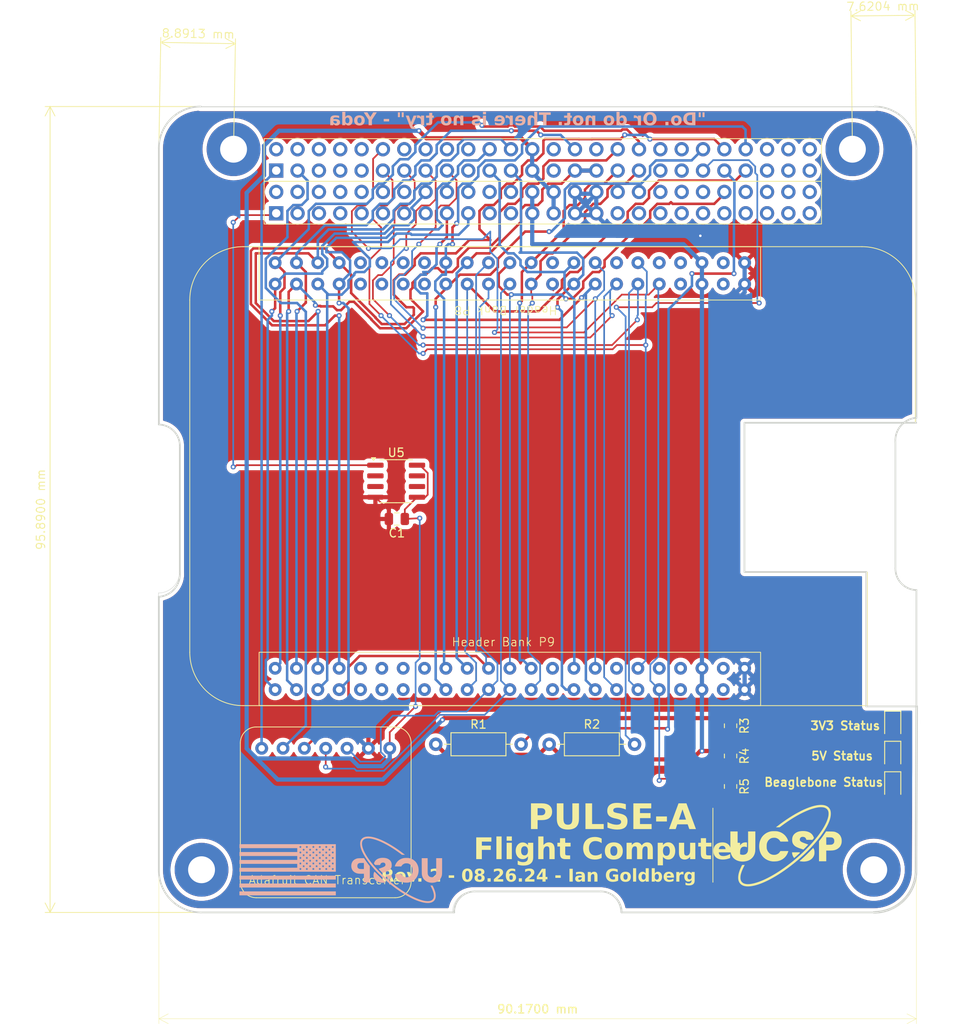
<source format=kicad_pcb>
(kicad_pcb (version 20240108) (generator "pcbnew") (generator_version "8.0")
  (title_block (title "Fight Computer Motherboard - Ian Goldberg"))
  (layers (0 "F.Cu" signal) (31 "B.Cu" signal) (34 "B.Paste" user) (35 "F.Paste" user) (36 "B.SilkS" user "B.Silkscreen") (37 "F.SilkS" user "F.Silkscreen") (38 "B.Mask" user) (39 "F.Mask" user) (44 "Edge.Cuts" user))
  (net 0 "")
  (net 1 "/5V")
  (net 2 "/I2C_SCL")
  (net 3 "/I2C_SDA")
  (net 5 "/GPIO2_1")
  (net 7 "/GPIO2_24")
  (net 8 "/SYS_RESETn")
  (net 9 "/UART_TX")
  (net 11 "/GPIO2_12")
  (net 12 "GND")
  (net 13 "/CAN_SLNT")
  (net 15 "/GPIO2_23")
  (net 16 "/GPIO2_8")
  (net 18 "/GPIO2_10")
  (net 19 "/CAN1_RX")
  (net 21 "/UART_RX")
  (net 22 "/GPIO2_6")
  (net 23 "/GPIO2_7")
  (net 24 "/GPIO1_13")
  (net 25 "/GPIO1_27")
  (net 26 "/GPIO2_9")
  (net 30 "/GPIO2_25")
  (net 31 "/GPIO1_15")
  (net 33 "/GPIO0_7")
  (net 34 "/GPI02_22")
  (net 37 "/GPIO2_13")
  (net 38 "/GPIO1_12")
  (net 39 "/GPIO1_17")
  (net 44 "/CAN1_TX")
  (net 51 "/GPIO1_26")
  (net 53 "/GPIO1_14")
  (net 54 "unconnected-(U1-GPIO1_31-Pad20)")
  (net 64 "/CAN_L")
  (net 65 "/3V3")
  (net 66 "/GPIO1_28")
  (net 68 "/CAN_H")
  (net 92 "/GPIO3_20")
  (net 93 "/FC_TEMP")
  (net 94 "Net-(D1-A)")
  (net 95 "Net-(D2-A)")
  (net 96 "Net-(D3-A)")
  (footprint "Resistor_SMD:R_0805_2012Metric" (layer "F.Cu") (at 148.1 147.8 -90)
    (property "Reference" "R3")
    (property "Value" "15")
  )
  (footprint "LED_SMD:LED_0805_2012Metric" (layer "F.Cu") (at 167.4 154.9575 -90)
    (property "Reference" "D3" (hide yes))
    (property "Value" "Beaglebone Ready")
  )
  (footprint "LED_SMD:LED_0805_2012Metric" (layer "F.Cu") (at 167.4 147.7375 -90)
    (property "Reference" "D1" (hide yes))
    (property "Value" "5V Status")
  )
  (footprint "LED_SMD:LED_0805_2012Metric" (layer "F.Cu") (at 167.4 151.3325 -90)
    (property "Reference" "D2" (hide yes))
    (property "Value" "3V3 Status")
  )
  (footprint "Package_SO:SOIC-8_3.9x4.9mm_P1.27mm" (layer "F.Cu") (at 108.3 118.7)
    (property "Reference" "U5")
    (property "Value" "TMP36xS")
  )
  (footprint "Module:BeagleBoneBlackFootprint" (layer "F.Cu") (at 170.09 90.795 180)
    (property "Reference" "U1" (hide yes))
    (property "Value" "~" (hide yes))
  )
  (footprint "Resistor_THT:R_Axial_DIN0207_L6.3mm_D2.5mm_P10.16mm_Horizontal" (layer "F.Cu") (at 113.01 150)
    (property "Reference" "R1")
    (property "Value" "5.6k")
  )
  (footprint "AdafruitCANTransciever:AdafruitCANPal_TJA1051T" (layer "F.Cu") (at 110.07 147.94 180)
    (property "Reference" "U3" (hide yes))
    (property "Value" "~" (hide yes))
  )
  (footprint "PCI104Connector:PCI104ConnectorComplete" (layer "F.Cu") (at 80.05 170.01)
    (property "Reference" "U2" (hide yes))
    (property "Value" "~" (hide yes))
    (fp_line (start 0 -58.052086) (end 0 -90.964466) (stroke (width 0.2)) (layer "Edge.Cuts"))
    (fp_line (start 0 -37.558018) (end 0 -5) (stroke (width 0.2)) (layer "Edge.Cuts"))
    (fp_line (start 2.5 -40.445) (end 2.5 -55.445) (stroke (width 0.2)) (layer "Edge.Cuts"))
    (fp_line (start 5 -95.89) (end 85.17 -95.89) (stroke (width 0.05)) (layer "Edge.Cuts"))
    (fp_line (start 35.147914 0) (end 5 0) (stroke (width 0.2)) (layer "Edge.Cuts"))
    (fp_line (start 52.585 -2.5) (end 37.585 -2.5) (stroke (width 0.2)) (layer "Edge.Cuts"))
    (fp_line (start 85.17 0) (end 55.085 0) (stroke (width 0.2)) (layer "Edge.Cuts"))
    (fp_line (start 87.67 -55.965104) (end 87.67 -40.965104) (stroke (width 0.2)) (layer "Edge.Cuts"))
    (fp_line (start 90.17 -90.89) (end 90.17 -58.852086) (stroke (width 0.2)) (layer "Edge.Cuts"))
    (fp_line (start 90.17 -38.358018) (end 90.17 -5) (stroke (width 0.2)) (layer "Edge.Cuts"))
    (fp_arc (start 0 -90.964466) (mid 1.479889 -94.462767) (end 5 -95.89) (stroke (width 0.2)) (layer "Edge.Cuts"))
    (fp_arc (start 0 -58.052086) (mid 1.789945 -57.26631) (end 2.5 -55.445) (stroke (width 0.2)) (layer "Edge.Cuts"))
    (fp_arc (start 2.5 -40.445) (mid 1.847914 -38.483742) (end 0 -37.558018) (stroke (width 0.2)) (layer "Edge.Cuts"))
    (fp_arc (start 5 0) (mid 1.464466 -1.464466) (end 0 -5) (stroke (width 0.2)) (layer "Edge.Cuts"))
    (fp_arc (start 35.147914 0) (mid 35.848689 -1.754737) (end 37.585 -2.5) (stroke (width 0.2)) (layer "Edge.Cuts"))
    (fp_arc (start 52.585 -2.5) (mid 54.352767 -1.767767) (end 55.085 0) (stroke (width 0.2)) (layer "Edge.Cuts"))
    (fp_arc (start 85.17 -95.89) (mid 88.705534 -94.425534) (end 90.17 -90.89) (stroke (width 0.2)) (layer "Edge.Cuts"))
    (fp_arc (start 87.67 -55.965104) (mid 88.322084 -57.926368) (end 90.17 -58.852086) (stroke (width 0.2)) (layer "Edge.Cuts"))
    (fp_arc (start 90.17 -38.358018) (mid 88.379985 -39.143749) (end 87.67 -40.965104) (stroke (width 0.2)) (layer "Edge.Cuts"))
    (fp_arc (start 90.17 -5) (mid 88.705534 -1.464466) (end 85.17 0) (stroke (width 0.2)) (layer "Edge.Cuts"))
  )
  (footprint "Resistor_SMD:R_0805_2012Metric" (layer "F.Cu") (at 148.1 151.395 -90)
    (property "Reference" "R4")
    (property "Value" "15")
  )
  (footprint "LOGO" (layer "F.Cu") (at 154.5 162.1)
    (property "Reference" "G***" (hide yes))
    (property "Value" "LOGO" (hide yes))
  )
  (footprint "Resistor_THT:R_Axial_DIN0207_L6.3mm_D2.5mm_P10.16mm_Horizontal" (layer "F.Cu") (at 126.51 150)
    (property "Reference" "R2")
    (property "Value" "5.6k")
  )
  (footprint "Resistor_SMD:R_0805_2012Metric" (layer "F.Cu") (at 148.1 155.02 -90)
    (property "Reference" "R5")
    (property "Value" "15")
  )
  (footprint "Capacitor_SMD:C_0805_2012Metric" (layer "F.Cu") (at 108.375 123.195 180)
    (property "Reference" "C1")
    (property "Value" "0.1µF")
  )
  (footprint "LOGO" (layer "B.Cu") (at 108.4 164.905473 180)
    (property "Reference" "G***" (hide yes))
    (property "Value" "LOGO" (hide yes))
  )
  (footprint "LOGO" (layer "B.Cu") (at 95.4 164.9 180)
    (property "Reference" "G***" (hide yes))
    (property "Value" "LOGO" (hide yes))
  )
  (gr_line (start 145.996219 157.603781) (end 145.996219 166.414091) (stroke (width 0.1)) (layer "F.SilkS"))
  (gr_line (start 165.17 170) (end 135 170) (stroke (width 0.05)) (layer "Edge.Cuts"))
  (gr_line (start 149.75 129.5) (end 149.75 111.75) (stroke (width 0.2)) (layer "Edge.Cuts"))
  (gr_line (start 80 165) (end 80 132) (stroke (width 0.05)) (layer "Edge.Cuts"))
  (gr_line (start 85.03 74.18) (end 165.2 74.18) (stroke (width 0.05)) (layer "Edge.Cuts"))
  (gr_line (start 85 170) (end 115 170) (stroke (width 0.05)) (layer "Edge.Cuts"))
  (gr_arc (start 115 170) (mid 115.732233 168.232233) (end 117.5 167.5) (stroke (width 0.05)) (layer "Edge.Cuts"))
  (gr_line (start 170.17 165) (end 170.25 145.5) (stroke (width 0.3)) (layer "Edge.Cuts"))
  (gr_line (start 82.5 114.5) (end 82.5 129.5) (stroke (width 0.05)) (layer "Edge.Cuts"))
  (gr_line (start 117.5 167.5) (end 132.5 167.5) (stroke (width 0.05)) (layer "Edge.Cuts"))
  (gr_line (start 170.198915 78.995856) (end 170.200061 111.75) (stroke (width 0.05)) (layer "Edge.Cuts"))
  (gr_arc (start 132.5 167.5) (mid 134.267767 168.232233) (end 135 170) (stroke (width 0.05)) (layer "Edge.Cuts"))
  (gr_line (start 170.25 145.5) (end 164.25 145.5) (stroke (width 0.2)) (layer "Edge.Cuts"))
  (gr_line (start 164.25 129.5) (end 149.75 129.5) (stroke (width 0.2)) (layer "Edge.Cuts"))
  (gr_arc (start 82.5 129.5) (mid 81.767767 131.267767) (end 80 132) (stroke (width 0.05)) (layer "Edge.Cuts"))
  (gr_arc (start 165.2 74.1) (mid 168.69852 75.527835) (end 170.198915 78.995856) (stroke (width 0.05)) (layer "Edge.Cuts"))
  (gr_arc (start 80 112) (mid 81.767767 112.732233) (end 82.5 114.5) (stroke (width 0.05)) (layer "Edge.Cuts"))
  (gr_line (start 149.75 111.75) (end 170.200061 111.75) (stroke (width 0.2)) (layer "Edge.Cuts"))
  (gr_arc (start 80.031539 78.975969) (mid 81.520923 75.502769) (end 85.03 74.1) (stroke (width 0.05)) (layer "Edge.Cuts"))
  (gr_line (start 80.031539 78.975969) (end 80 112) (stroke (width 0.05)) (layer "Edge.Cuts"))
  (gr_arc (start 85 170) (mid 81.464466 168.535534) (end 80 165) (stroke (width 0.05)) (layer "Edge.Cuts"))
  (gr_line (start 164.25 145.5) (end 164.25 129.5) (stroke (width 0.2)) (layer "Edge.Cuts"))
  (gr_arc (start 170.17 165) (mid 168.705534 168.535534) (end 165.17 170) (stroke (width 0.3)) (layer "Edge.Cuts"))
  (gr_text "{dblquote}Do. Or do not. There is no try{dblquote} - Yoda" (at 145.2 76.6 0) (layer "B.SilkS") (effects (font (size 1.5 1.5) (thickness 0.3) (bold yes)) (justify left bottom mirror)))
  (gr_text "PULSE-A" (at 144 160.6 0) (layer "F.SilkS") (effects (font (size 3 3) (thickness 0.6) (bold yes)) (justify right bottom)))
  (gr_text "3V3 Status" (at 157.5 148.3815 0) (layer "F.SilkS") (effects (font (size 1 1) (thickness 0.2) (bold yes)) (justify left bottom)))
  (gr_text "Rev. 2 - 08.26.24 - Ian Goldberg" (at 144 166.6 0) (layer "F.SilkS") (effects (font (size 1.5 1.5) (thickness 0.3) (bold yes)) (justify right bottom)))
  (gr_text "Flight Computer " (at 117.5 164.1 0) (layer "F.SilkS") (effects (font (size 2.54 2.54) (thickness 0.508) (bold yes)) (justify left bottom)))
  (gr_text "5V Status" (at 157.6 151.9765 0) (layer "F.SilkS") (effects (font (size 1 1) (thickness 0.2) (bold yes)) (justify left bottom)))
  (gr_text "Beaglebone Status\n" (at 152 155.1 0) (layer "F.SilkS") (effects (font (size 1 1) (thickness 0.2) (bold yes)) (justify left bottom)))
  (segment (start 128.31 151.8) (end 126.51 150) (width 0.5) (layer "F.Cu") (net 1))
  (segment (start 144.5 150.8) (end 143.5 151.8) (width 0.5) (layer "F.Cu") (net 1))
  (segment (start 114.26 151.25) (end 113.01 150) (width 0.5) (layer "F.Cu") (net 1))
  (segment (start 147.7825 150.8) (end 148.1 150.4825) (width 0.5) (layer "F.Cu") (net 1))
  (segment (start 126.51 150) (end 125.26 151.25) (width 0.5) (layer "F.Cu") (net 1))
  (segment (start 143.5 151.8) (end 128.31 151.8) (width 0.5) (layer "F.Cu") (net 1))
  (segment (start 144.7 150.8) (end 144.5 150.8) (width 0.5) (layer "F.Cu") (net 1))
  (segment (start 125.26 151.25) (end 114.26 151.25) (width 0.5) (layer "F.Cu") (net 1))
  (segment (start 144.7 150.8) (end 147.7825 150.8) (width 0.5) (layer "F.Cu") (net 1))
  (via (at 144.7 150.8) (size 0.6) (drill 0.3) (layers "F.Cu" "B.Cu") (net 1))
  (segment (start 144.7 150.8) (end 144.69 150.79) (width 0.5) (layer "B.Cu") (net 1))
  (segment (start 142.49 90.5) (end 144.25 92.26) (width 0.5) (layer "B.Cu") (net 1))
  (segment (start 124.5 90.5) (end 142.49 90.5) (width 0.5) (layer "B.Cu") (net 1))
  (segment (start 144.69 143.5) (end 144.69 95.24) (width 0.5) (layer "B.Cu") (net 1))
  (segment (start 144.69 150.79) (end 144.69 143.5) (width 0.5) (layer "B.Cu") (net 1))
  (segment (start 124.4925 87.04) (end 124.4925 90.4925) (width 0.5) (layer "B.Cu") (net 1))
  (segment (start 144.69 95.24) (end 144.69 92.7) (width 0.5) (layer "B.Cu") (net 1))
  (segment (start 124.4925 87.04) (end 124.4925 84.5) (width 0.5) (layer "B.Cu") (net 1))
  (segment (start 124.4925 90.4925) (end 124.5 90.5) (width 0.5) (layer "B.Cu") (net 1))
  (segment (start 142.49 90.5) (end 144.69 92.7) (width 0.5) (layer "B.Cu") (net 1))
  (segment (start 126.51 150) (end 126.5 150) (width 0.5) (layer "B.Cu") (net 1))
  (segment (start 140.5 148.1) (end 125.07 148.1) (width 0.3) (layer "F.Cu") (net 2))
  (segment (start 143.5 94) (end 148.5 94) (width 0.3) (layer "F.Cu") (net 2))
  (segment (start 125.07 148.1) (end 123.17 150) (width 0.3) (layer "F.Cu") (net 2))
  (segment (start 140.6 148.2) (end 140.5 148.1) (width 0.3) (layer "F.Cu") (net 2))
  (via (at 148.5 94) (size 0.6) (drill 0.3) (layers "F.Cu" "B.Cu") (net 2))
  (via (at 140.6 148.2) (size 0.6) (drill 0.3) (layers "F.Cu" "B.Cu") (net 2))
  (via (at 143.5 94) (size 0.6) (drill 0.3) (layers "F.Cu" "B.Cu") (net 2))
  (segment (start 148.5525 87.537057) (end 148.5525 82.9425) (width 0.3) (layer "B.Cu") (net 2))
  (segment (start 143.5 95.462606) (end 143.5 94) (width 0.3) (layer "B.Cu") (net 2))
  (segment (start 140.722 98.240606) (end 143.5 95.462606) (width 0.3) (layer "B.Cu") (net 2))
  (segment (start 148.5 94) (end 148.5 87.589557) (width 0.3) (layer "B.Cu") (net 2))
  (segment (start 148.5525 82.9425) (end 147.34 81.73) (width 0.3) (layer "B.Cu") (net 2))
  (segment (start 148.5 87.589557) (end 148.5525 87.537057) (width 0.3) (layer "B.Cu") (net 2))
  (segment (start 140.722 148.078) (end 140.722 98.240606) (width 0.3) (layer "B.Cu") (net 2))
  (segment (start 140.6 148.2) (end 140.722 148.078) (width 0.3) (layer "B.Cu") (net 2))
  (segment (start 139.267895 97.5) (end 151.5 97.5) (width 0.2) (layer "F.Cu") (net 3))
  (segment (start 138.767895 98) (end 139.267895 97.5) (width 0.2) (layer "F.Cu") (net 3))
  (segment (start 134.5 98) (end 138.767895 98) (width 0.2) (layer "F.Cu") (net 3))
  (via (at 134.5 98) (size 0.6) (drill 0.3) (layers "F.Cu" "B.Cu") (net 3))
  (via (at 151.5 97.5) (size 0.6) (drill 0.3) (layers "F.Cu" "B.Cu") (net 3))
  (segment (start 150.276346 80.5) (end 146.03 80.5) (width 0.2) (layer "B.Cu") (net 3))
  (segment (start 135.608 148.938) (end 135.608 99.108) (width 0.2) (layer "B.Cu") (net 3))
  (segment (start 136.67 150) (end 135.608 148.938) (width 0.2) (layer "B.Cu") (net 3))
  (segment (start 151.2825 97.2825) (end 151.2825 82.2825) (width 0.2) (layer "B.Cu") (net 3))
  (segment (start 146.03 80.5) (end 144.8 81.73) (width 0.2) (layer "B.Cu") (net 3))
  (segment (start 151.03 82.03) (end 151.03 81.253654) (width 0.2) (layer "B.Cu") (net 3))
  (segment (start 151.03 81.253654) (end 150.276346 80.5) (width 0.2) (layer "B.Cu") (net 3))
  (segment (start 151.5 97.5) (end 151.2825 97.2825) (width 0.2) (layer "B.Cu") (net 3))
  (segment (start 151.2825 82.2825) (end 151.03 82.03) (width 0.2) (layer "B.Cu") (net 3))
  (segment (start 135.608 99.108) (end 134.5 98) (width 0.2) (layer "B.Cu") (net 3))
  (segment (start 129.340761 95.24) (end 127.5 97.080761) (width 0.3) (layer "F.Cu") (net 5))
  (segment (start 129.45 95.24) (end 129.340761 95.24) (width 0.3) (layer "F.Cu") (net 5))
  (segment (start 127.5 97.080761) (end 127.5 98) (width 0.3) (layer "F.Cu") (net 5))
  (via (at 127.5 98) (size 0.6) (drill 0.3) (layers "F.Cu" "B.Cu") (net 5))
  (segment (start 128.5 143.5) (end 129.45 143.5) (width 0.3) (layer "B.Cu") (net 5))
  (segment (start 127.5 98) (end 128.022 98.522) (width 0.3) (layer "B.Cu") (net 5))
  (segment (start 129.822606 91.5) (end 130.562 92.239394) (width 0.3) (layer "B.Cu") (net 5))
  (segment (start 123.1525 91.3475) (end 123 91.5) (width 0.3) (layer "B.Cu") (net 5))
  (segment (start 128.022 142.978) (end 128 143) (width 0.3) (layer "B.Cu") (net 5))
  (segment (start 130.562 94.128) (end 129.45 95.24) (width 0.3) (layer "B.Cu") (net 5))
  (segment (start 130.562 92.239394) (end 130.562 94.128) (width 0.3) (layer "B.Cu") (net 5))
  (segment (start 123.1525 82.9425) (end 123.1525 91.3475) (width 0.3) (layer "B.Cu") (net 5))
  (segment (start 121.94 81.73) (end 123.1525 82.9425) (width 0.3) (layer "B.Cu") (net 5))
  (segment (start 128 143) (end 128.5 143.5) (width 0.3) (layer "B.Cu") (net 5))
  (segment (start 128.022 98.522) (end 128.022 142.978) (width 0.3) (layer "B.Cu") (net 5))
  (segment (start 123 91.5) (end 129.822606 91.5) (width 0.3) (layer "B.Cu") (net 5))
  (segment (start 130.562 93.160606) (end 129.910606 93.812) (width 0.3) (layer "F.Cu") (net 7))
  (segment (start 149.88 81.73) (end 148.68 82.93) (width 0.3) (layer "F.Cu") (net 7))
  (segment (start 128.022 94.779394) (end 128.022 95.700606) (width 0.3) (layer "F.Cu") (net 7))
  (segment (start 135.8525 87.537057) (end 135.149557 88.24) (width 0.3) (layer "F.Cu") (net 7))
  (segment (start 120.01 98.5) (end 116.75 95.24) (width 0.3) (layer "F.Cu") (net 7))
  (segment (start 148.68 82.93) (end 139.57 82.93) (width 0.3) (layer "F.Cu") (net 7))
  (segment (start 134.561394 88.24) (end 130.562 92.239394) (width 0.3) (layer "F.Cu") (net 7))
  (segment (start 135.149557 88.24) (end 134.561394 88.24) (width 0.3) (layer "F.Cu") (net 7))
  (segment (start 135.8525 86.6475) (end 135.8525 87.537057) (width 0.3) (layer "F.Cu") (net 7))
  (segment (start 128.022 95.700606) (end 125.222606 98.5) (width 0.3) (layer "F.Cu") (net 7))
  (segment (start 139.57 82.93) (end 138.3925 84.1075) (width 0.3) (layer "F.Cu") (net 7))
  (segment (start 136.8 85.7) (end 135.8525 86.6475) (width 0.3) (layer "F.Cu") (net 7))
  (segment (start 137.689557 85.7) (end 136.8 85.7) (width 0.3) (layer "F.Cu") (net 7))
  (segment (start 128.989394 93.812) (end 128.022 94.779394) (width 0.3) (layer "F.Cu") (net 7))
  (segment (start 130.562 92.239394) (end 130.562 93.160606) (width 0.3) (layer "F.Cu") (net 7))
  (segment (start 138.3925 84.997057) (end 137.689557 85.7) (width 0.3) (layer "F.Cu") (net 7))
  (segment (start 125.222606 98.5) (end 120.01 98.5) (width 0.3) (layer "F.Cu") (net 7))
  (segment (start 129.910606 93.812) (end 128.989394 93.812) (width 0.3) (layer "F.Cu") (net 7))
  (segment (start 138.3925 84.1075) (end 138.3925 84.997057) (width 0.3) (layer "F.Cu") (net 7))
  (segment (start 116.75 138.25) (end 116.75 95.24) (width 0.2) (layer "B.Cu") (net 7))
  (segment (start 116.75 143.5) (end 117.812 142.438) (width 0.2) (layer "B.Cu") (net 7))
  (segment (start 116.5 138.5) (end 116.75 138.25) (width 0.2) (layer "B.Cu") (net 7))
  (segment (start 116.5 139) (end 116.5 138.5) (width 0.2) (layer "B.Cu") (net 7))
  (segment (start 117.812 140.312) (end 116.5 139) (width 0.2) (layer "B.Cu") (net 7))
  (segment (start 117.812 142.438) (end 117.812 140.312) (width 0.2) (layer "B.Cu") (net 7))
  (segment (start 139.8025 154.1075) (end 148.1 154.1075) (width 0.2) (layer "F.Cu") (net 8))
  (segment (start 103.0225 89.0225) (end 105 91) (width 0.2) (layer "F.Cu") (net 8))
  (segment (start 106.7 79.19) (end 105.55 80.34) (width 0.2) (layer "F.Cu") (net 8))
  (segment (start 120 101) (end 130.651471 101) (width 0.2) (layer "F.Cu") (net 8))
  (segment (start 135.151471 96.5) (end 138.35 96.5) (width 0.2) (layer "F.Cu") (net 8))
  (segment (start 138.35 96.5) (end 139.61 95.24) (width 0.2) (layer "F.Cu") (net 8))
  (segment (start 105.55 84.988846) (end 104.648846 85.89) (width 0.2) (layer "F.Cu") (net 8))
  (segment (start 139.61 154.3) (end 139.8025 154.1075) (width 0.2) (layer "F.Cu") (net 8))
  (segment (start 104.648846 85.89) (end 103.696154 85.89) (width 0.2) (layer "F.Cu") (net 8))
  (segment (start 130.651471 101) (end 135.151471 96.5) (width 0.2) (layer "F.Cu") (net 8))
  (segment (start 105.55 80.34) (end 105.55 84.988846) (width 0.2) (layer "F.Cu") (net 8))
  (segment (start 103.696154 85.89) (end 103.0225 86.563654) (width 0.2) (layer "F.Cu") (net 8))
  (segment (start 103.0225 86.563654) (end 103.0225 89.0225) (width 0.2) (layer "F.Cu") (net 8))
  (via (at 105 91) (size 0.6) (drill 0.3) (layers "F.Cu" "B.Cu") (net 8))
  (via (at 120 101) (size 0.6) (drill 0.3) (layers "F.Cu" "B.Cu") (net 8))
  (via (at 139.61 154.3) (size 0.6) (drill 0.3) (layers "F.Cu" "B.Cu") (net 8))
  (segment (start 108.767895 89.9) (end 118.6 89.9) (width 0.2) (layer "B.Cu") (net 8))
  (segment (start 139.5 139.568105) (end 138.548 140.520105) (width 0.2) (layer "B.Cu") (net 8))
  (segment (start 107.667895 91) (end 108.767895 89.9) (width 0.2) (layer "B.Cu") (net 8))
  (segment (start 119.5 89) (end 119.5 91.408105) (width 0.2) (layer "B.Cu") (net 8))
  (segment (start 120.352 92.260105) (end 120.352 100.648) (width 0.2) (layer "B.Cu") (net 8))
  (segment (start 139.5 95.4) (end 139.5 139.568105) (width 0.2) (layer "B.Cu") (net 8))
  (segment (start 139.61 154.3) (end 139.61 143.5) (width 0.2) (layer "B.Cu") (net 8))
  (segment (start 118.6 89.9) (end 119.25 89.25) (width 0.2) (layer "B.Cu") (net 8))
  (segment (start 119.5 91.408105) (end 120.352 92.260105) (width 0.2) (layer "B.Cu") (net 8))
  (segment (start 138.548 142.438) (end 139.61 143.5) (width 0.2) (layer "B.Cu") (net 8))
  (segment (start 105 91) (end 107.667895 91) (width 0.2) (layer "B.Cu") (net 8))
  (segment (start 139.61 95.24) (end 139.61 95.29) (width 0.2) (layer "B.Cu") (net 8))
  (segment (start 120.352 100.648) (end 120 101) (width 0.2) (layer "B.Cu") (net 8))
  (segment (start 139.61 95.29) (end 139.5 95.4) (width 0.2) (layer "B.Cu") (net 8))
  (segment (start 119.25 89.25) (end 119.5 89) (width 0.2) (layer "B.Cu") (net 8))
  (segment (start 138.548 140.520105) (end 138.548 142.438) (width 0.2) (layer "B.Cu") (net 8))
  (segment (start 128.2325 88.8375) (end 124.37 92.7) (width 0.3) (layer "F.Cu") (net 9))
  (segment (start 134.64 81.73) (end 133.07 83.3) (width 0.3) (layer "F.Cu") (net 9))
  (segment (start 123.258 93.812) (end 123.258 97.242) (width 0.3) (layer "F.Cu") (net 9))
  (segment (start 130.7725 84.997057) (end 129.929557 85.84) (width 0.3) (layer "F.Cu") (net 9))
  (segment (start 128.2325 86.542943) (end 128.2325 88.8375) (width 0.3) (layer "F.Cu") (net 9))
  (segment (start 130.7725 84.002943) (end 130.7725 84.997057) (width 0.3) (layer "F.Cu") (net 9))
  (segment (start 128.935443 85.84) (end 128.2325 86.542943) (width 0.3) (layer "F.Cu") (net 9))
  (segment (start 131.475443 83.3) (end 130.7725 84.002943) (width 0.3) (layer "F.Cu") (net 9))
  (segment (start 124.37 92.7) (end 123.258 93.812) (width 0.3) (layer "F.Cu") (net 9))
  (segment (start 133.07 83.3) (end 131.475443 83.3) (width 0.3) (layer "F.Cu") (net 9))
  (segment (start 129.929557 85.84) (end 128.935443 85.84) (width 0.3) (layer "F.Cu") (net 9))
  (segment (start 123.258 97.242) (end 123 97.5) (width 0.3) (layer "F.Cu") (net 9))
  (via (at 123 97.5) (size 0.6) (drill 0.3) (layers "F.Cu" "B.Cu") (net 9))
  (segment (start 123.41 140) (end 124.37 140.96) (width 0.3) (layer "B.Cu") (net 9))
  (segment (start 123 97.5) (end 123 140) (width 0.3) (layer "B.Cu") (net 9))
  (segment (start 123 140) (end 123.41 140) (width 0.3) (layer "B.Cu") (net 9))
  (segment (start 118.2125 86.542943) (end 118.2125 88.7125) (width 0.3) (layer "F.Cu") (net 11))
  (segment (start 102.938 94.128) (end 101.51 92.7) (width 0.3) (layer "F.Cu") (net 11))
  (segment (start 111.209394 91.588) (end 110.5 92.297394) (width 0.3) (layer "F.Cu") (net 11))
  (segment (start 99.85 100.15) (end 101 99) (width 0.3) (layer "F.Cu") (net 11))
  (segment (start 138.51 77.99) (end 146.14 77.99) (width 0.3) (layer "F.Cu") (net 11))
  (segment (start 99.81 91) (end 91.292894 91) (width 0.3) (layer "F.Cu") (net 11))
  (segment (start 109.292894 100) (end 106.580761 100) (width 0.3) (layer "F.Cu") (net 11))
  (segment (start 110.396447 98.896447) (end 109.292894 100) (width 0.3) (layer "F.Cu") (net 11))
  (segment (start 125.82 78.18) (end 125.82 79.687057) (width 0.3) (layer "F.Cu") (net 11))
  (segment (start 130.067057 78) (end 130.057057 77.99) (width 0.3) (layer "F.Cu") (net 11))
  (segment (start 124.977057 80.53) (end 123.982943 80.53) (width 0.3) (layer "F.Cu") (net 11))
  (segment (start 130.057057 77.99) (end 126.01 77.99) (width 0.3) (layer "F.Cu") (net 11))
  (segment (start 109.5 98) (end 110.292894 98) (width 0.3) (layer "F.Cu") (net 11))
  (segment (start 105.85 99.269239) (end 105.85 99.223655) (width 0.3) (layer "F.Cu") (net 11))
  (segment (start 110.5 93) (end 109.372 94.128) (width 0.3) (layer "F.Cu") (net 11))
  (segment (start 110.5 92.297394) (end 110.5 93) (width 0.3) (layer "F.Cu") (net 11))
  (segment (start 135.01 77.99) (end 131.602943 77.99) (width 0.3) (layer "F.Cu") (net 11))
  (segment (start 109.372 94.128) (end 108.669394 94.128) (width 0.3) (layer "F.Cu") (net 11))
  (segment (start 118.915443 85.84) (end 118.2125 86.542943) (width 0.3) (layer "F.Cu") (net 11))
  (segment (start 101 99) (end 101.5 99) (width 0.3) (layer "F.Cu") (net 11))
  (segment (start 91.292894 91) (end 91 91.292894) (width 0.3) (layer "F.Cu") (net 11))
  (segment (start 93.523654 100.15) (end 99.85 100.15) (width 0.3) (layer "F.Cu") (net 11))
  (segment (start 115.412 91.588) (end 111.209394 91.588) (width 0.3) (layer "F.Cu") (net 11))
  (segment (start 123.28 81.232943) (end 123.28 82.227057) (width 0.3) (layer "F.Cu") (net 11))
  (segment (start 123.982943 80.53) (end 123.28 81.232943) (width 0.3) (layer "F.Cu") (net 11))
  (segment (start 106.580761 100) (end 105.85 99.269239) (width 0.3) (layer "F.Cu") (net 11))
  (segment (start 118.2125 88.7125) (end 119.5 90) (width 0.3) (layer "F.Cu") (net 11))
  (segment (start 131.602943 77.99) (end 131.592943 78) (width 0.3) (layer "F.Cu") (net 11))
  (segment (start 138.5 78) (end 138.51 77.99) (width 0.3) (layer "F.Cu") (net 11))
  (segment (start 121.455443 83.3) (end 120.7525 84.002943) (width 0.3) (layer "F.Cu") (net 11))
  (segment (start 125.82 79.687057) (end 124.977057 80.53) (width 0.3) (layer "F.Cu") (net 11))
  (segment (start 91 97.626346) (end 93.523654 100.15) (width 0.3) (layer "F.Cu") (net 11))
  (segment (start 101.51 92.7) (end 99.81 91) (width 0.3) (layer "F.Cu") (net 11))
  (segment (start 146.14 77.99) (end 147.34 79.19) (width 0.3) (layer "F.Cu") (net 11))
  (segment (start 108.018 94.779394) (end 108.018 96.518) (width 0.3) (layer "F.Cu") (net 11))
  (segment (start 117 90) (end 115.412 91.588) (width 0.3) (layer "F.Cu") (net 11))
  (segment (start 131.592943 78) (end 130.067057 78) (width 0.3) (layer "F.Cu") (net 11))
  (segment (start 108.669394 94.128) (end 108.018 94.779394) (width 0.3) (layer "F.Cu") (net 11))
  (segment (start 110.396447 98.103553) (end 110.396447 98.896447) (width 0.3) (layer "F.Cu") (net 11))
  (segment (start 123.28 82.227057) (end 122.207057 83.3) (width 0.3) (layer "F.Cu") (net 11))
  (segment (start 120.7525 84.997057) (end 119.909557 85.84) (width 0.3) (layer "F.Cu") (net 11))
  (segment (start 126.01 77.99) (end 125.82 78.18) (width 0.3) (layer "F.Cu") (net 11))
  (segment (start 119.5 90) (end 117 90) (width 0.3) (layer "F.Cu") (net 11))
  (segment (start 102.938 96.311655) (end 102.938 94.128) (width 0.3) (layer "F.Cu") (net 11))
  (segment (start 119.909557 85.84) (end 118.915443 85.84) (width 0.3) (layer "F.Cu") (net 11))
  (segment (start 105.85 99.223655) (end 102.938 96.311655) (width 0.3) (layer "F.Cu") (net 11))
  (segment (start 110.292894 98) (end 110.396447 98.103553) (width 0.3) (layer "F.Cu") (net 11))
  (segment (start 122.207057 83.3) (end 121.455443 83.3) (width 0.3) (layer "F.Cu") (net 11))
  (segment (start 91 91.292894) (end 91 97.626346) (width 0.3) (layer "F.Cu") (net 11))
  (segment (start 120.7525 84.002943) (end 120.7525 84.997057) (width 0.3) (layer "F.Cu") (net 11))
  (segment (start 135.5 77.5) (end 135.01 77.99) (width 0.3) (layer "F.Cu") (net 11))
  (segment (start 108.018 96.518) (end 109.5 98) (width 0.3) (layer "F.Cu") (net 11))
  (via (at 101.5 99) (size 0.6) (drill 0.3) (layers "F.Cu" "B.Cu") (net 11))
  (via (at 138.5 78) (size 0.6) (drill 0.3) (layers "F.Cu" "B.Cu") (net 11))
  (via (at 135.5 77.5) (size 0.6) (drill 0.3) (layers "F.Cu" "B.Cu") (net 11))
  (segment (start 101.5 99) (end 101.51 99.01) (width 0.3) (layer "B.Cu") (net 11))
  (segment (start 101.51 99.01) (end 101.51 140.96) (width 0.3) (layer "B.Cu") (net 11))
  (segment (start 135.5 77.5) (end 138 77.5) (width 0.3) (layer "B.Cu") (net 11))
  (segment (start 138.5 78) (end 138.49 77.99) (width 0.3) (layer "B.Cu") (net 11))
  (segment (start 138 77.5) (end 138.5 78) (width 0.3) (layer "B.Cu") (net 11))
  (segment (start 104.99 148.41) (end 104.99 150.48) (width 0.5) (layer "F.Cu") (net 12))
  (segment (start 108.688 144.712) (end 104.99 148.41) (width 0.5) (layer "F.Cu") (net 12))
  (segment (start 146.57 89.5) (end 144.5 89.5) (width 0.5) (layer "F.Cu") (net 12))
  (segment (start 149.77 143.5) (end 148.558 144.712) (width 0.5) (layer "F.Cu") (net 12))
  (segment (start 107.425 122.205) (end 105.825 120.605) (width 0.2) (layer "F.Cu") (net 12))
  (segment (start 107.425 123.195) (end 107.425 122.205) (width 0.2) (layer "F.Cu") (net 12))
  (segment (start 148.558 144.712) (end 108.688 144.712) (width 0.5) (layer "F.Cu") (net 12))
  (segment (start 149.77 92.7) (end 146.57 89.5) (width 0.5) (layer "F.Cu") (net 12))
  (via (at 144.5 89.5) (size 0.6) (drill 0.3) (layers "F.Cu" "B.Cu") (net 12))
  (segment (start 132.1125 87.04) (end 129.5725 87.04) (width 0.5) (layer "B.Cu") (net 12))
  (segment (start 149.77 96.23) (end 149 97) (width 0.5) (layer "B.Cu") (net 12))
  (segment (start 132.1125 87.04) (end 129.5725 84.5) (width 0.5) (layer "B.Cu") (net 12))
  (segment (start 149.77 140.96) (end 149.77 143.5) (width 0.5) (layer "B.Cu") (net 12))
  (segment (start 129.5725 87.04) (end 132.1125 84.5) (width 0.5) (layer "B.Cu") (net 12))
  (segment (start 132.1125 84.5) (end 132.1125 87.04) (width 0.5) (layer "B.Cu") (net 12))
  (segment (start 129.5725 84.5) (end 132.1125 84.5) (width 0.5) (layer "B.Cu") (net 12))
  (segment (start 149.77 95.24) (end 149.77 96.23) (width 0.5) (layer "B.Cu") (net 12))
  (segment (start 149 140.19) (end 149.77 140.96) (width 0.5) (layer "B.Cu") (net 12))
  (segment (start 149 97) (end 149 140.19) (width 0.5) (layer "B.Cu") (net 12))
  (segment (start 134.5725 89.5) (end 132.1125 87.04) (width 0.5) (layer "B.Cu") (net 12))
  (segment (start 149.77 92.7) (end 149.77 95.24) (width 0.5) (layer "B.Cu") (net 12))
  (segment (start 129.5725 87.04) (end 129.5725 84.5) (width 0.5) (layer "B.Cu") (net 12))
  (segment (start 144.5 89.5) (end 134.5725 89.5) (width 0.5) (layer "B.Cu") (net 12))
  (segment (start 97.37 150.48) (end 102.622 145.228) (width 0.3) (layer "F.Cu") (net 13))
  (segment (start 102.622 145.228) (end 102.622 140.815394) (width 0.3) (layer "F.Cu") (net 13))
  (segment (start 102.622 140.815394) (end 103.937394 139.5) (width 0.3) (layer "F.Cu") (net 13))
  (segment (start 103.937394 139.5) (end 117.83 139.5) (width 0.3) (layer "F.Cu") (net 13))
  (segment (start 117.83 139.5) (end 119.29 140.96) (width 0.3) (layer "F.Cu") (net 13))
  (segment (start 119 139.565686) (end 119 140.67) (width 0.2) (layer "B.Cu") (net 13))
  (segment (start 119.29 92.7) (end 117.812 94.178) (width 0.2) (layer "B.Cu") (net 13))
  (segment (start 117.812 94.178) (end 117.812 139) (width 0.2) (layer "B.Cu") (net 13))
  (segment (start 117.812 139) (end 118.434314 139) (width 0.2) (layer "B.Cu") (net 13))
  (segment (start 118.434314 139) (end 119 139.565686) (width 0.2) (layer "B.Cu") (net 13))
  (segment (start 119 140.67) (end 119.29 140.96) (width 0.2) (layer "B.Cu") (net 13))
  (segment (start 115 90.5) (end 115 88.5) (width 0.3) (layer "F.Cu") (net 15))
  (segment (start 115 88.5) (end 115.5 88) (width 0.3) (layer "F.Cu") (net 15))
  (via (at 115 90.5) (size 0.6) (drill 0.3) (layers "F.Cu" "B.Cu") (net 15))
  (via (at 115.5 88) (size 0.6) (drill 0.3) (layers "F.Cu" "B.Cu") (net 15))
  (segment (start 114.21 94.128) (end 113.749394 94.128) (width 0.3) (layer "B.Cu") (net 15))
  (segment (start 112.955 95.955) (end 114 97) (width 0.3) (layer "B.Cu") (net 15))
  (segment (start 114.21 92.7) (end 114.21 90.79) (width 0.3) (layer "B.Cu") (net 15))
  (segment (start 114.21 90.79) (end 114.5 90.5) (width 0.3) (layer "B.Cu") (net 15))
  (segment (start 122.437057 80.53) (end 118.902943 80.53) (width 0.3) (layer "B.Cu") (net 15))
  (segment (start 114.5 90.5) (end 115 90.5) (width 0.3) (layer "B.Cu") (net 15))
  (segment (start 123.28 79.687057) (end 122.437057 80.53) (width 0.3) (layer "B.Cu") (net 15))
  (segment (start 118.0725 81.360443) (end 118.0725 82.4275) (width 0.3) (layer "B.Cu") (net 15))
  (segment (start 116.2 83.3) (end 115.6725 83.8275) (width 0.3) (layer "B.Cu") (net 15))
  (segment (start 114.21 92.7) (end 114.21 94.128) (width 0.3) (layer "B.Cu") (net 15))
  (segment (start 115.6725 83.8275) (end 115.6725 87.537057) (width 0.3) (layer "B.Cu") (net 15))
  (segment (start 125.472943 76.5) (end 123.28 78.692943) (width 0.3) (layer "B.Cu") (net 15))
  (segment (start 114.21 92.29) (end 114.21 92.7) (width 0.3) (layer "B.Cu") (net 15))
  (segment (start 149.88 79.19) (end 149.88 76.88) (width 0.3) (layer "B.Cu") (net 15))
  (segment (start 112.955 94.922394) (end 112.955 95.955) (width 0.3) (layer "B.Cu") (net 15))
  (segment (start 113.749394 94.128) (end 112.955 94.922394) (width 0.3) (layer "B.Cu") (net 15))
  (segment (start 115.6725 87.8275) (end 115.5 88) (width 0.3) (layer "B.Cu") (net 15))
  (segment (start 149.88 76.88) (end 149.5 76.5) (width 0.3) (layer "B.Cu") (net 15))
  (segment (start 149.5 76.5) (end 125.472943 76.5) (width 0.3) (layer "B.Cu") (net 15))
  (segment (start 123.28 78.692943) (end 123.28 79.687057) (width 0.3) (layer "B.Cu") (net 15))
  (segment (start 114 97) (end 114 141.5) (width 0.3) (layer "B.Cu") (net 15))
  (segment (start 118.0725 82.4275) (end 117.2 83.3) (width 0.3) (layer "B.Cu") (net 15))
  (segment (start 117.2 83.3) (end 116.2 83.3) (width 0.3) (layer "B.Cu") (net 15))
  (segment (start 114 141.5) (end 114.21 141.29) (width 0.3) (layer "B.Cu") (net 15))
  (segment (start 115.6725 87.537057) (end 115.6725 87.8275) (width 0.3) (layer "B.Cu") (net 15))
  (segment (start 118.902943 80.53) (end 118.0725 81.360443) (width 0.3) (layer "B.Cu") (net 15))
  (segment (start 97.542 93.812) (end 96.43 92.7) (width 0.3) (layer "F.Cu") (net 16))
  (segment (start 97.542 97.458) (end 97.542 93.812) (width 0.3) (layer "F.Cu") (net 16))
  (segment (start 125 77) (end 125.5 77.5) (width 0.3) (layer "F.Cu") (net 16))
  (segment (start 122 77) (end 125 77) (width 0.3) (layer "F.Cu") (net 16))
  (segment (start 96.5 98.5) (end 97.542 97.458) (width 0.3) (layer "F.Cu") (net 16))
  (via (at 96.5 98.5) (size 0.6) (drill 0.3) (layers "F.Cu" "B.Cu") (net 16))
  (via (at 122 77) (size 0.6) (drill 0.3) (layers "F.Cu" "B.Cu") (net 16))
  (via (at 125.5 77.5) (size 0.6) (drill 0.3) (layers "F.Cu" "B.Cu") (net 16))
  (segment (start 113.12 79.687057) (end 113.12 78.692943) (width 0.3) (layer "B.Cu") (net 16))
  (segment (start 96.43 140.96) (end 96.43 98.57) (width 0.3) (layer "B.Cu") (net 16))
  (segment (start 105.5125 86.542943) (end 106.355443 85.7) (width 0.3) (layer "B.Cu") (net 16))
  (segment (start 113.12 78.692943) (end 114.812943 77) (width 0.3) (layer "B.Cu") (net 16))
  (segment (start 114.812943 77) (end 122 77) (width 0.3) (layer "B.Cu") (net 16))
  (segment (start 112.277057 80.53) (end 113.12 79.687057) (width 0.3) (layer "B.Cu") (net 16))
  (segment (start 111.282943 80.53) (end 112.277057 80.53) (width 0.3) (layer "B.Cu") (net 16))
  (segment (start 110.58 81.232943) (end 111.282943 80.53) (width 0.3) (layer "B.Cu") (net 16))
  (segment (start 96.43 98.57) (end 96.5 98.5) (width 0.3) (layer "B.Cu") (net 16))
  (segment (start 99.81237 88.24) (end 104.76 88.24) (width 0.3) (layer "B.Cu") (net 16))
  (segment (start 104.76 88.24) (end 105.5125 87.4875) (width 0.3) (layer "B.Cu") (net 16))
  (segment (start 107.3 85.7) (end 108.0525 84.9475) (width 0.3) (layer "B.Cu") (net 16))
  (segment (start 108.0525 84.9475) (end 108.0525 84.002943) (width 0.3) (layer "B.Cu") (net 16))
  (segment (start 96.43 92.7) (end 96.43 91.62237) (width 0.3) (layer "B.Cu") (net 16))
  (segment (start 110.58 82.227057) (end 110.58 81.232943) (width 0.3) (layer "B.Cu") (net 16))
  (segment (start 105.5125 87.4875) (end 105.5125 86.542943) (width 0.3) (layer "B.Cu") (net 16))
  (segment (start 108.0525 84.002943) (end 109.125443 82.93) (width 0.3) (layer "B.Cu") (net 16))
  (segment (start 96.43 91.62237) (end 99.81237 88.24) (width 0.3) (layer "B.Cu") (net 16))
  (segment (start 106.355443 85.7) (end 107.3 85.7) (width 0.3) (layer "B.Cu") (net 16))
  (segment (start 125.5 77.5) (end 127.87 77.5) (width 0.3) (layer "B.Cu") (net 16))
  (segment (start 109.877057 82.93) (end 110.58 82.227057) (width 0.3) (layer "B.Cu") (net 16))
  (segment (start 109.125443 82.93) (end 109.877057 82.93) (width 0.3) (layer "B.Cu") (net 16))
  (segment (start 127.87 77.5) (end 129.56 79.19) (width 0.3) (layer "B.Cu") (net 16))
  (segment (start 98.97 92.7) (end 97.858 91.588) (width 0.3) (layer "F.Cu") (net 18))
  (segment (start 91.588 91.588) (end 91.588 97.507239) (width 0.3) (layer "F.Cu") (net 18))
  (segment (start 97.85 99.65) (end 99 98.5) (width 0.3) (layer "F.Cu") (net 18))
  (segment (start 97.858 91.588) (end 91.588 91.588) (width 0.3) (layer "F.Cu") (net 18))
  (segment (start 91.588 97.507239) (end 93.730761 99.65) (width 0.3) (layer "F.Cu") (net 18))
  (segment (start 93.730761 99.65) (end 97.85 99.65) (width 0.3) (layer "F.Cu") (net 18))
  (via (at 99 98.5) (size 0.6) (drill 0.3) (layers "F.Cu" "B.Cu") (net 18))
  (segment (start 98.97 92.7) (end 98.97 90.03) (width 0.3) (layer "B.Cu") (net 18))
  (segment (start 120.74 77.99) (end 121.94 79.19) (width 0.3) (layer "B.Cu") (net 18))
  (segment (start 116.362943 77.99) (end 120.74 77.99) (width 0.3) (layer "B.Cu") (net 18))
  (segment (start 99 98.5) (end 98.97 98.53) (width 0.3) (layer "B.Cu") (net 18))
  (segment (start 115.66 79.687057) (end 115.66 78.692943) (width 0.3) (layer "B.Cu") (net 18))
  (segment (start 109.885394 85.7) (end 110.4525 85.132894) (width 0.3) (layer "B.Cu") (net 18))
  (segment (start 98.97 92.97) (end 99 93) (width 0.3) (layer "B.Cu") (net 18))
  (segment (start 108.8 85.7) (end 109.885394 85.7) (width 0.3) (layer "B.Cu") (net 18))
  (segment (start 108 87.449557) (end 108 86.5) (width 0.3) (layer "B.Cu") (net 18))
  (segment (start 110.4525 84.142943) (end 111.295443 83.3) (width 0.3) (layer "B.Cu") (net 18))
  (segment (start 113.822943 80.53) (end 114.817057 80.53) (width 0.3) (layer "B.Cu") (net 18))
  (segment (start 114.817057 80.53) (end 115.66 79.687057) (width 0.3) (layer "B.Cu") (net 18))
  (segment (start 111.295443 83.3) (end 112.289557 83.3) (width 0.3) (layer "B.Cu") (net 18))
  (segment (start 98.97 90.03) (end 100.26 88.74) (width 0.3) (layer "B.Cu") (net 18))
  (segment (start 110.4525 85.132894) (end 110.4525 84.142943) (width 0.3) (layer "B.Cu") (net 18))
  (segment (start 113.12 81.232943) (end 113.822943 80.53) (width 0.3) (layer "B.Cu") (net 18))
  (segment (start 100.26 88.74) (end 106.709557 88.74) (width 0.3) (layer "B.Cu") (net 18))
  (segment (start 112.289557 83.3) (end 113.12 82.469557) (width 0.3) (layer "B.Cu") (net 18))
  (segment (start 98.97 92.7) (end 98.97 92.97) (width 0.3) (layer "B.Cu") (net 18))
  (segment (start 108 86.5) (end 108.8 85.7) (width 0.3) (layer "B.Cu") (net 18))
  (segment (start 115.66 78.692943) (end 116.362943 77.99) (width 0.3) (layer "B.Cu") (net 18))
  (segment (start 98.97 98.53) (end 98.97 140.96) (width 0.3) (layer "B.Cu") (net 18))
  (segment (start 106.709557 88.74) (end 108 87.449557) (width 0.3) (layer "B.Cu") (net 18))
  (segment (start 113.12 82.469557) (end 113.12 81.232943) (width 0.3) (layer "B.Cu") (net 18))
  (segment (start 99.9 152.42) (end 99.91 152.41) (width 0.2) (layer "F.Cu") (net 19))
  (segment (start 99.91 152.41) (end 99.91 150.48) (width 0.2) (layer "F.Cu") (net 19))
  (segment (start 99.9 152.7) (end 99.9 152.42) (width 0.2) (layer "F.Cu") (net 19))
  (via (at 99.9 152.7) (size 0.6) (drill 0.3) (layers "F.Cu" "B.Cu") (net 19))
  (segment (start 120.768 142.438) (end 121.83 143.5) (width 0.2) (layer "B.Cu") (net 19))
  (segment (start 103.314364 152.9) (end 103.575416 153.161052) (width 0.2) (layer "B.Cu") (net 19))
  (segment (start 120.768 96.302) (end 120.768 142.438) (width 0.2) (layer "B.Cu") (net 19))
  (segment (start 121.83 95.24) (end 120.768 96.302) (width 0.2) (layer "B.Cu") (net 19))
  (segment (start 103.575416 153.161052) (end 106.838948 153.161052) (width 0.2) (layer "B.Cu") (net 19))
  (segment (start 113.5 146.5) (end 118.83 146.5) (width 0.2) (layer "B.Cu") (net 19))
  (segment (start 106.838948 153.161052) (end 113.5 146.5) (width 0.2) (layer "B.Cu") (net 19))
  (segment (start 118.83 146.5) (end 121.83 143.5) (width 0.2) (layer "B.Cu") (net 19))
  (segment (start 100.1 152.9) (end 103.314364 152.9) (width 0.2) (layer "B.Cu") (net 19))
  (segment (start 99.9 152.7) (end 100.1 152.9) (width 0.2) (layer "B.Cu") (net 19))
  (segment (start 130.7725 86.682943) (end 130.7725 87.7275) (width 0.3) (layer "F.Cu") (net 21))
  (segment (start 132.609557 85.7) (end 131.755443 85.7) (width 0.3) (layer "F.Cu") (net 21))
  (segment (start 133.4525 84.002943) (end 133.4525 84.857057) (width 0.3) (layer "F.Cu") (net 21))
  (segment (start 125.482 92.518) (end 125.482 94.128) (width 0.3) (layer "F.Cu") (net 21))
  (segment (start 126.412 91.588) (end 125.482 92.518) (width 0.3) (layer "F.Cu") (net 21))
  (segment (start 133.4525 84.857057) (end 132.609557 85.7) (width 0.3) (layer "F.Cu") (net 21))
  (segment (start 131.755443 85.7) (end 130.7725 86.682943) (width 0.3) (layer "F.Cu") (net 21))
  (segment (start 124.37 96.37) (end 124.37 95.24) (width 0.2) (layer "F.Cu") (net 21))
  (segment (start 135.61 83.3) (end 134.155443 83.3) (width 0.3) (layer "F.Cu") (net 21))
  (segment (start 137.18 81.73) (end 135.61 83.3) (width 0.3) (layer "F.Cu") (net 21))
  (segment (start 124.5 97.5) (end 124.5 96.5) (width 0.2) (layer "F.Cu") (net 21))
  (segment (start 134.155443 83.3) (end 133.4525 84.002943) (width 0.3) (layer "F.Cu") (net 21))
  (segment (start 125.482 94.128) (end 124.37 95.24) (width 0.3) (layer "F.Cu") (net 21))
  (segment (start 124.5 96.5) (end 124.37 96.37) (width 0.2) (layer "F.Cu") (net 21))
  (segment (start 130.7725 87.7275) (end 126.912 91.588) (width 0.3) (layer "F.Cu") (net 21))
  (segment (start 126.912 91.588) (end 126.412 91.588) (width 0.3) (layer "F.Cu") (net 21))
  (via (at 124.5 97.5) (size 0.6) (drill 0.3) (layers "F.Cu" "B.Cu") (net 21))
  (segment (start 125.432 142.438) (end 125.432 140.432) (width 0.2) (layer "B.Cu") (net 21))
  (segment (start 124 139) (end 124 98) (width 0.2) (layer "B.Cu") (net 21))
  (segment (start 125.432 140.432) (end 124 139) (width 0.2) (layer "B.Cu") (net 21))
  (segment (start 124.37 143.5) (end 125.432 142.438) (width 0.2) (layer "B.Cu") (net 21))
  (segment (start 124 98) (end 124.5 97.5) (width 0.2) (layer "B.Cu") (net 21))
  (segment (start 125.419239 76.5) (end 125.919239 77) (width 0.3) (layer "F.Cu") (net 22))
  (segment (start 135.080761 77) (end 135.230761 76.85) (width 0.3) (layer "F.Cu") (net 22))
  (segment (start 122.419239 76.5) (end 125.419239 76.5) (width 0.3) (layer "F.Cu") (net 22))
  (segment (start 135.230761 76.85) (end 135.769239 76.85) (width 0.3) (layer "F.Cu") (net 22))
  (segment (start 95.002 95.700606) (end 95.002 93.812) (width 0.3) (layer "F.Cu") (net 22))
  (segment (start 94.5 96.202606) (end 95.002 95.700606) (width 0.3) (layer "F.Cu") (net 22))
  (segment (start 121.580761 76.5) (end 121.730761 76.35) (width 0.3) (layer "F.Cu") (net 22))
  (segment (start 125.919239 77) (end 135.080761 77) (width 0.3) (layer "F.Cu") (net 22))
  (segment (start 137.18 78.260761) (end 137.18 79.19) (width 0.3) (layer "F.Cu") (net 22))
  (segment (start 135.769239 76.85) (end 137.18 78.260761) (width 0.3) (layer "F.Cu") (net 22))
  (segment (start 95.002 93.812) (end 93.89 92.7) (width 0.3) (layer "F.Cu") (net 22))
  (segment (start 94.5 99) (end 94.5 96.202606) (width 0.3) (layer "F.Cu") (net 22))
  (segment (start 118.65 76.5) (end 121.580761 76.5) (width 0.3) (layer "F.Cu") (net 22))
  (segment (start 118.5 76.35) (end 118.65 76.5) (width 0.3) (layer "F.Cu") (net 22))
  (segment (start 121.730761 76.35) (end 122.269239 76.35) (width 0.3) (layer "F.Cu") (net 22))
  (segment (start 122.269239 76.35) (end 122.419239 76.5) (width 0.3) (layer "F.Cu") (net 22))
  (via (at 94.5 99) (size 0.6) (drill 0.3) (layers "F.Cu" "B.Cu") (net 22))
  (via (at 118.5 76.35) (size 0.6) (drill 0.3) (layers "F.Cu" "B.Cu") (net 22))
  (segment (start 98.735443 85.7) (end 97.8925 86.542943) (width 0.3) (layer "B.Cu") (net 22))
  (segment (start 107.9 81.232943) (end 107.9 82.227057) (width 0.3) (layer "B.Cu") (net 22))
  (segment (start 93.89 140.96) (end 94.5 140.35) (width 0.3) (layer "B.Cu") (net 22))
  (segment (start 105.5125 84.002943) (end 105.5125 84.997057) (width 0.3) (layer "B.Cu") (net 22))
  (segment (start 106.827057 83.3) (end 106.215443 83.3) (width 0.3) (layer "B.Cu") (net 22))
  (segment (start 94.5 140.35) (end 94.5 99) (width 0.3) (layer "B.Cu") (net 22))
  (segment (start 110.58 78.692943) (end 110.58 79.547057) (width 0.3) (layer "B.Cu") (net 22))
  (segment (start 110.58 79.547057) (end 109.737057 80.39) (width 0.3) (layer "B.Cu") (net 22))
  (segment (start 104.809557 85.7) (end 98.735443 85.7) (width 0.3) (layer "B.Cu") (net 22))
  (segment (start 97.8925 88.6975) (end 93.89 92.7) (width 0.3) (layer "B.Cu") (net 22))
  (segment (start 106.215443 83.3) (end 105.5125 84.002943) (width 0.3) (layer "B.Cu") (net 22))
  (segment (start 113.272943 76) (end 110.58 78.692943) (width 0.3) (layer "B.Cu") (net 22))
  (segment (start 118.5 76.35) (end 118.15 76) (width 0.3) (layer "B.Cu") (net 22))
  (segment (start 105.5125 84.997057) (end 104.809557 85.7) (width 0.3) (layer "B.Cu") (net 22))
  (segment (start 108.742943 80.39) (end 107.9 81.232943) (width 0.3) (layer "B.Cu") (net 22))
  (segment (start 118.15 76) (end 113.272943 76) (width 0.3) (layer "B.Cu") (net 22))
  (segment (start 97.8925 86.542943) (end 97.8925 88.6975) (width 0.3) (layer "B.Cu") (net 22))
  (segment (start 107.9 82.227057) (end 106.827057 83.3) (width 0.3) (layer "B.Cu") (net 22))
  (segment (start 109.737057 80.39) (end 108.742943 80.39) (width 0.3) (layer "B.Cu") (net 22))
  (segment (start 93.5 98.5) (end 93.89 98.11) (width 0.3) (layer "F.Cu") (net 23))
  (segment (start 93.5 98.5) (end 93.39 98.39) (width 0.3) (layer "F.Cu") (net 23))
  (segment (start 93.89 98.11) (end 93.89 95.24) (width 0.3) (layer "F.Cu") (net 23))
  (via (at 93.5 98.5) (size 0.6) (drill 0.3) (layers "F.Cu" "B.Cu") (net 23))
  (segment (start 99.5 90.707106) (end 99.5 91.657394) (width 0.3) (layer "B.Cu") (net 23))
  (segment (start 109.749557 88.24) (end 107.916663 88.24) (width 0.3) (layer "B.Cu") (net 23))
  (segment (start 99.5 91.657394) (end 100.082 92.239394) (width 0.3) (layer "B.Cu") (net 23))
  (segment (start 107.916663 88.24) (end 106.916663 89.24) (width 0.3) (layer "B.Cu") (net 23))
  (segment (start 100.082 93.160606) (end 99.5 93.742606) (width 0.3) (layer "B.Cu") (net 23))
  (segment (start 99.5 94) (end 95.13 94) (width 0.3) (layer "B.Cu") (net 23))
  (segment (start 92.778 139.999394) (end 93 139.777394) (width 0.3) (layer "B.Cu") (net 23))
  (segment (start 110.101028 86.191472) (end 110.4525 86.542943) (width 0.3) (layer "B.Cu") (net 23))
  (segment (start 93.89 143.5) (end 92.778 142.388) (width 0.3) (layer "B.Cu") (net 23))
  (segment (start 92.778 142.388) (end 92.778 139.999394) (width 0.3) (layer "B.Cu") (net 23))
  (segment (start 106.916663 89.24) (end 100.967106 89.24) (width 0.3) (layer "B.Cu") (net 23))
  (segment (start 93.5 99) (end 93.5 98.5) (width 0.3) (layer "B.Cu") (net 23))
  (segment (start 100.082 92.239394) (end 100.082 93.160606) (width 0.3) (layer "B.Cu") (net 23))
  (segment (start 93 99.5) (end 93.5 99) (width 0.3) (layer "B.Cu") (net 23))
  (segment (start 99.5 93.742606) (end 99.5 94) (width 0.3) (layer "B.Cu") (net 23))
  (segment (start 110.4525 87.537057) (end 109.749557 88.24) (width 0.3) (layer "B.Cu") (net 23))
  (segment (start 100.967106 89.24) (end 99.5 90.707106) (width 0.3) (layer "B.Cu") (net 23))
  (segment (start 93 139.777394) (end 93 99.5) (width 0.3) (layer "B.Cu") (net 23))
  (segment (start 111.7925 84.5) (end 110.101028 86.191472) (width 0.3) (layer "B.Cu") (net 23))
  (segment (start 95.13 94) (end 93.89 95.24) (width 0.3) (layer "B.Cu") (net 23))
  (segment (start 110.4525 86.542943) (end 110.4525 87.537057) (width 0.3) (layer "B.Cu") (net 23))
  (segment (start 134.065686 103) (end 134.565686 102.5) (width 0.2) (layer "F.Cu") (net 24))
  (segment (start 107.188846 85.89) (end 107.8625 85.216346) (width 0.2) (layer "F.Cu") (net 24))
  (segment (start 106.5 91) (end 106.5 88.5) (width 0.2) (layer "F.Cu") (net 24))
  (segment (start 107.8625 82.8925) (end 106.7 81.73) (width 0.2) (layer "F.Cu") (net 24))
  (segment (start 134.565686 102.5) (end 138 102.5) (width 0.2) (layer "F.Cu") (net 24))
  (segment (start 107.8625 85.216346) (end 107.8625 82.8925) (width 0.2) (layer "F.Cu") (net 24))
  (segment (start 106.5 91) (end 105.112 92.388) (width 0.2) (layer "F.Cu") (net 24))
  (segment (start 106.5 88.5) (end 105.5625 87.5625) (width 0.2) (layer "F.Cu") (net 24))
  (segment (start 111.5 103.5) (end 112 103) (width 0.2) (layer "F.Cu") (net 24))
  (segment (start 112 103) (end 134.065686 103) (width 0.2) (layer "F.Cu") (net 24))
  (segment (start 105.5625 87.5625) (end 105.5625 86.563654) (width 0.2) (layer "F.Cu") (net 24))
  (segment (start 105.112 92.388) (end 105.112 97.612) (width 0.2) (layer "F.Cu") (net 24))
  (segment (start 105.5625 86.563654) (end 106.236154 85.89) (width 0.2) (layer "F.Cu") (net 24))
  (segment (start 105.112 97.612) (end 106.5 99) (width 0.2) (layer "F.Cu") (net 24))
  (segment (start 106.236154 85.89) (end 107.188846 85.89) (width 0.2) (layer "F.Cu") (net 24))
  (via (at 138 102.5) (size 0.6) (drill 0.3) (layers "F.Cu" "B.Cu") (net 24))
  (via (at 106.5 99) (size 0.6) (drill 0.3) (layers "F.Cu" "B.Cu") (net 24))
  (via (at 111.5 103.5) (size 0.6) (drill 0.3) (layers "F.Cu" "B.Cu") (net 24))
  (segment (start 138 140.03) (end 137.07 140.96) (width 0.2) (layer "B.Cu") (net 24))
  (segment (start 111 103.5) (end 111.5 103.5) (width 0.2) (layer "B.Cu") (net 24))
  (segment (start 138 96.5) (end 138 140.03) (width 0.2) (layer "B.Cu") (net 24))
  (segment (start 137.07 92.7) (end 138.132 93.762) (width 0.2) (layer "B.Cu") (net 24))
  (segment (start 138.132 96.368) (end 138 96.5) (width 0.2) (layer "B.Cu") (net 24))
  (segment (start 138.132 93.762) (end 138.132 96.368) (width 0.2) (layer "B.Cu") (net 24))
  (segment (start 106.5 99) (end 111 103.5) (width 0.2) (layer "B.Cu") (net 24))
  (segment (start 120.6125 90.6125) (end 121.588 91.588) (width 0.3) (layer "B.Cu") (net 25))
  (segment (start 129.45 92.7) (end 128.338 93.812) (width 0.3) (layer "B.Cu") (net 25))
  (segment (start 129.5 140.91) (end 129.45 140.96) (width 0.3) (layer "B.Cu") (net 25))
  (segment (start 119.4 81.73) (end 120.6125 82.9425) (width 0.3) (layer "B.Cu") (net 25))
  (segment (start 123.097394 93) (end 123.909394 93.812) (width 0.3) (layer "B.Cu") (net 25))
  (segment (start 121.588 91.588) (end 122.290606 91.588) (width 0.3) (layer "B.Cu") (net 25))
  (segment (start 123.909394 93.812) (end 128.338 93.812) (width 0.3) (layer "B.Cu") (net 25))
  (segment (start 123.097394 92.394788) (end 123.097394 93) (width 0.3) (layer "B.Cu") (net 25))
  (segment (start 128.338 95.918761) (end 129.5 97.080761) (width 0.3) (layer "B.Cu") (net 25))
  (segment (start 128.338 93.812) (end 128.338 95.918761) (width 0.3) (layer "B.Cu") (net 25))
  (segment (start 129.5 97.080761) (end 129.5 140.91) (width 0.3) (layer "B.Cu") (net 25))
  (segment (start 120.6125 82.9425) (end 120.6125 90.6125) (width 0.3) (layer "B.Cu") (net 25))
  (segment (start 122.290606 91.588) (end 123.097394 92.394788) (width 0.3) (layer "B.Cu") (net 25))
  (segment (start 101.730762 98.35) (end 102.730761 97.35) (width 0.3) (layer "F.Cu") (net 26))
  (segment (start 96.43 95.24) (end 95.5 96.17) (width 0.3) (layer "F.Cu") (net 26))
  (segment (start 102.730761 97.35) (end 103.269239 97.35) (width 0.3) (layer "F.Cu") (net 26))
  (segment (start 105.35 99.430761) (end 105.35 99.476345) (width 0.3) (layer "F.Cu") (net 26))
  (segment (start 123.2925 84.857057) (end 123.2925 84.002943) (width 0.3) (layer "F.Cu") (net 26))
  (segment (start 106.373655 100.5) (end 109.5 100.5) (width 0.3) (layer "F.Cu") (net 26))
  (segment (start 116.980947 90.896447) (end 119.396447 90.896447) (width 0.3) (layer "F.Cu") (net 26))
  (segment (start 98.684864 97.764682) (end 98.770182 97.85) (width 0.3) (layer "F.Cu") (net 26))
  (segment (start 133.3 80.53) (end 134.64 79.19) (width 0.3) (layer "F.Cu") (net 26))
  (segment (start 110.242 95.095394) (end 111.209394 94.128) (width 0.3) (layer "F.Cu") (net 26))
  (segment (start 103.269239 97.35) (end 105.35 99.430761) (width 0.3) (layer "F.Cu") (net 26))
  (segment (start 120.6125 86.682943) (end 121.595443 85.7) (width 0.3) (layer "F.Cu") (net 26))
  (segment (start 111.814606 94.128) (end 112.592606 93.35) (width 0.3) (layer "F.Cu") (net 26))
  (segment (start 110 97) (end 110 95.942606) (width 0.3) (layer "F.Cu") (net 26))
  (segment (start 109.5 100.5) (end 111.5 98.5) (width 0.3) (layer "F.Cu") (net 26))
  (segment (start 101.25 98.35) (end 101.730762 98.35) (width 0.3) (layer "F.Cu") (net 26))
  (segment (start 112.592606 93.35) (end 113.269239 93.35) (width 0.3) (layer "F.Cu") (net 26))
  (segment (start 95.5 96.5) (end 95.5 98.5) (width 0.3) (layer "F.Cu") (net 26))
  (segment (start 111.209394 94.128) (end 111.814606 94.128) (width 0.3) (layer "F.Cu") (net 26))
  (segment (start 119.396447 90.896447) (end 120.6125 89.680394) (width 0.3) (layer "F.Cu") (net 26))
  (segment (start 125.82 81.232943) (end 126.522943 80.53) (width 0.3) (layer "F.Cu") (net 26))
  (segment (start 113.269239 93.35) (end 113.731239 93.812) (width 0.3) (layer "F.Cu") (net 26))
  (segment (start 105.35 99.476345) (end 106.373655 100.5) (width 0.3) (layer "F.Cu") (net 26))
  (segment (start 110 95.942606) (end 110.242 95.700606) (width 0.3) (layer "F.Cu") (net 26))
  (segment (start 110.242 95.700606) (end 110.242 95.095394) (width 0.3) (layer "F.Cu") (net 26))
  (segment (start 123.2925 84.002943) (end 123.995443 83.3) (width 0.3) (layer "F.Cu") (net 26))
  (segment (start 125.200001 83.3) (end 125.82 82.680001) (width 0.3) (layer "F.Cu") (net 26))
  (segment (start 99.317239 97.898) (end 100.798 97.898) (width 0.3) (layer "F.Cu") (net 26))
  (segment (start 122.449557 85.7) (end 123.2925 84.857057) (width 0.3) (layer "F.Cu") (net 26))
  (segment (start 98.770182 97.85) (end 99.269239 97.85) (width 0.3) (layer "F.Cu") (net 26))
  (segment (start 113.731239 93.812) (end 114.986606 93.812) (width 0.3) (layer "F.Cu") (net 26))
  (segment (start 121.595443 85.7) (end 122.449557 85.7) (width 0.3) (layer "F.Cu") (net 26))
  (segment (start 126.522943 80.53) (end 133.3 80.53) (width 0.3) (layer "F.Cu") (net 26))
  (segment (start 100.798 97.898) (end 101.25 98.35) (width 0.3) (layer "F.Cu") (net 26))
  (segment (start 99.269239 97.85) (end 99.317239 97.898) (width 0.3) (layer "F.Cu") (net 26))
  (segment (start 114.986606 93.812) (end 115.638 93.160606) (width 0.3) (layer "F.Cu") (net 26))
  (segment (start 125.82 82.680001) (end 125.82 81.232943) (width 0.3) (layer "F.Cu") (net 26))
  (segment (start 111.5 98.5) (end 110 97) (width 0.3) (layer "F.Cu") (net 26))
  (segment (start 115.638 93.160606) (end 115.638 92.239394) (width 0.3) (layer "F.Cu") (net 26))
  (segment (start 120.6125 89.680394) (end 120.6125 86.682943) (width 0.3) (layer "F.Cu") (net 26))
  (segment (start 95.5 96.17) (end 95.5 96.5) (width 0.3) (layer "F.Cu") (net 26))
  (segment (start 115.638 92.239394) (end 116.980947 90.896447) (width 0.3) (layer "F.Cu") (net 26))
  (segment (start 123.995443 83.3) (end 125.200001 83.3) (width 0.3) (layer "F.Cu") (net 26))
  (via (at 98.684864 97.764682) (size 0.6) (drill 0.3) (layers "F.Cu" "B.Cu") (net 26))
  (via (at 95.5 98.5) (size 0.6) (drill 0.3) (layers "F.Cu" "B.Cu") (net 26))
  (segment (start 98.684864 97.764682) (end 98.684864 97.494864) (width 0.3) (layer "B.Cu") (net 26))
  (segment (start 98.684864 97.494864) (end 96.43 95.24) (width 0.3) (layer "B.Cu") (net 26))
  (segment (start 95.5 98.5) (end 95.318 98.682) (width 0.3) (layer "B.Cu") (net 26))
  (segment (start 95.318 98.682) (end 95.318 142.388) (width 0.3) (layer "B.Cu") (net 26))
  (segment (start 96.43 143.5) (end 96.5 143.5) (width 0.3) (layer "B.Cu") (net 26))
  (segment (start 95.318 142.388) (end 96.43 143.5) (width 0.3) (layer "B.Cu") (net 26))
  (segment (start 123.641394 89) (end 120.402 92.239394) (width 0.3) (layer "F.Cu") (net 30))
  (segment (start 120.402 92.239394) (end 120.402 93.226) (width 0.3) (layer "F.Cu") (net 30))
  (segment (start 114.21 95.79) (end 114.21 95.24) (width 0.3) (layer "F.Cu") (net 30))
  (segment (start 113 97) (end 114.21 95.79) (width 0.3) (layer "F.Cu") (net 30))
  (segment (start 113 98) (end 113 97) (width 0.3) (layer "F.Cu") (net 30))
  (segment (start 120.402 93.226) (end 119.5 94.128) (width 0.3) (layer "F.Cu") (net 30))
  (segment (start 114.76 95.24) (end 114.21 95.24) (width 0.3) (layer "F.Cu") (net 30))
  (segment (start 119.5 94.128) (end 115.872 94.128) (width 0.3) (layer "F.Cu") (net 30))
  (segment (start 126.5 89) (end 123.641394 89) (width 0.3) (layer "F.Cu") (net 30))
  (segment (start 115.872 94.128) (end 114.76 95.24) (width 0.3) (layer "F.Cu") (net 30))
  (via (at 126.5 89) (size 0.6) (drill 0.3) (layers "F.Cu" "B.Cu") (net 30))
  (via (at 113 98) (size 0.6) (drill 0.3) (layers "F.Cu" "B.Cu") (net 30))
  (segment (start 129.075443 83.3) (end 128.3725 84.002943) (width 0.3) (layer "B.Cu") (net 30))
  (segment (start 113 142.29) (end 114.21 143.5) (width 0.3) (layer "B.Cu") (net 30))
  (segment (start 113 98) (end 113 142.29) (width 0.3) (layer "B.Cu") (net 30))
  (segment (start 126.769557 89) (end 126.5 89) (width 0.3) (layer "B.Cu") (net 30))
  (segment (start 138.52 81.232943) (end 138.52 82.227057) (width 0.3) (layer "B.Cu") (net 30))
  (segment (start 138.52 82.227057) (end 137.447057 83.3) (width 0.3) (layer "B.Cu") (net 30))
  (segment (start 143.46 80.53) (end 139.222943 80.53) (width 0.3) (layer "B.Cu") (net 30))
  (segment (start 144.8 79.19) (end 143.46 80.53) (width 0.3) (layer "B.Cu") (net 30))
  (segment (start 139.222943 80.53) (end 138.52 81.232943) (width 0.3) (layer "B.Cu") (net 30))
  (segment (start 128.3725 87.397057) (end 126.769557 89) (width 0.3) (layer "B.Cu") (net 30))
  (segment (start 128.3725 84.002943) (end 128.3725 87.397057) (width 0.3) (layer "B.Cu") (net 30))
  (segment (start 137.447057 83.3) (end 129.075443 83.3) (width 0.3) (layer "B.Cu") (net 30))
  (segment (start 111.5 100.5) (end 111.6 100.4) (width 0.2) (layer "F.Cu") (net 31))
  (segment (start 115.4825 85.0175) (end 115.4825 82.8925) (width 0.2) (layer "F.Cu") (net 31))
  (segment (start 113 88.5) (end 113 86.5) (width 0.2) (layer "F.Cu") (net 31))
  (segment (start 111.6 100.4) (end 128.6 100.4) (width 0.2) (layer "F.Cu") (net 31))
  (segment (start 128.6 100.4) (end 132 97) (width 0.2) (layer "F.Cu") (net 31))
  (segment (start 113.61 85.89) (end 114.61 85.89) (width 0.2) (layer "F.Cu") (net 31))
  (segment (start 114.61 85.89) (end 115.4825 85.0175) (width 0.2) (layer "F.Cu") (net 31))
  (segment (start 115.4825 82.8925) (end 114.32 81.73) (width 0.2) (layer "F.Cu") (net 31))
  (segment (start 113 86.5) (end 113.61 85.89) (width 0.2) (layer "F.Cu") (net 31))
  (segment (start 111 90.5) (end 113 88.5) (width 0.2) (layer "F.Cu") (net 31))
  (via (at 111 90.5) (size 0.6) (drill 0.3) (layers "F.Cu" "B.Cu") (net 31))
  (via (at 111.5 100.5) (size 0.6) (drill 0.3) (layers "F.Cu" "B.Cu") (net 31))
  (via (at 132 97) (size 0.6) (drill 0.3) (layers "F.Cu" "B.Cu") (net 31))
  (segment (start 133.052 93.762) (end 133.052 95.948) (width 0.2) (layer "B.Cu") (net 31))
  (segment (start 111 90.5) (end 110.192 91.308) (width 0.2) (layer "B.Cu") (net 31))
  (segment (start 109.153895 94.178) (end 108.690105 94.178) (width 0.2) (layer "B.Cu") (net 31))
  (segment (start 110.192 91.308) (end 110.192 93.139895) (width 0.2) (layer "B.Cu") (net 31))
  (segment (start 108.690105 94.178) (end 108.068 94.800105) (width 0.2) (layer "B.Cu") (net 31))
  (segment (start 131.99 97.01) (end 131.99 140.96) (width 0.2) (layer "B.Cu") (net 31))
  (segment (start 131.99 92.7) (end 133.052 93.762) (width 0.2) (layer "B.Cu") (net 31))
  (segment (start 108.068 94.800105) (end 108.068 97.068) (width 0.2) (layer "B.Cu") (net 31))
  (segment (start 108.068 97.068) (end 111.5 100.5) (width 0.2) (layer "B.Cu") (net 31))
  (segment (start 109.153895 94.178) (end 110.192 93.139895) (width 0.2) (layer "B.Cu") (net 31))
  (segment (start 133.052 95.948) (end 132 97) (width 0.2) (layer "B.Cu") (net 31))
  (segment (start 132 97) (end 131.99 97.01) (width 0.2) (layer "B.Cu") (net 31))
  (segment (start 102.622 94.835106) (end 102.622 95.700606) (width 0.3) (layer "B.Cu") (net 33))
  (segment (start 116.8725 88.242081) (end 115.744581 89.37) (width 0.3) (layer "B.Cu") (net 33))
  (segment (start 110.13 89.37) (end 110 89.24) (width 0.3) (layer "B.Cu") (net 33))
  (segment (start 116.8725 87.04) (end 116.8725 88.242081) (width 0.3) (layer "B.Cu") (net 33))
  (segment (start 103.310606 94.1465) (end 102.622 94.835106) (width 0.3) (layer "B.Cu") (net 33))
  (segment (start 104.510606 93.812) (end 103.498606 93.812) (width 0.3) (layer "B.Cu") (net 33))
  (segment (start 101.822606 96.5) (end 100.23 96.5) (width 0.3) (layer "B.Cu") (net 33))
  (segment (start 102.622 95.700606) (end 101.822606 96.5) (width 0.3) (layer "B.Cu") (net 33))
  (segment (start 100.23 96.5) (end 100.082 96.352) (width 0.3) (layer "B.Cu") (net 33))
  (segment (start 98.97 143.5) (end 100.082 142.388) (width 0.3) (layer "B.Cu") (net 33))
  (segment (start 100.082 96.352) (end 98.97 95.24) (width 0.3) (layer "B.Cu") (net 33))
  (segment (start 103.498606 93.812) (end 103.310606 94) (width 0.3) (layer "B.Cu") (net 33))
  (segment (start 108.330875 89.24) (end 107.330875 90.24) (width 0.3) (layer "B.Cu") (net 33))
  (segment (start 105.162 92.239394) (end 105.162 93.160606) (width 0.3) (layer "B.Cu") (net 33))
  (segment (start 103.310606 94) (end 103.310606 94.1465) (width 0.3) (layer "B.Cu") (net 33))
  (segment (start 103.162606 90.24) (end 105.162 92.239394) (width 0.3) (layer "B.Cu") (net 33))
  (segment (start 107.330875 90.24) (end 103.162606 90.24) (width 0.3) (layer "B.Cu") (net 33))
  (segment (start 105.162 93.160606) (end 104.510606 93.812) (width 0.3) (layer "B.Cu") (net 33))
  (segment (start 110 89.24) (end 108.330875 89.24) (width 0.3) (layer "B.Cu") (net 33))
  (segment (start 100.082 142.388) (end 100.082 96.352) (width 0.3) (layer "B.Cu") (net 33))
  (segment (start 115.744581 89.37) (end 110.13 89.37) (width 0.3) (layer "B.Cu") (net 33))
  (segment (start 123.1525 86.347499) (end 123.1525 87.8475) (width 0.3) (layer "F.Cu") (net 34))
  (segment (start 123.659999 85.84) (end 123.1525 86.347499) (width 0.3) (layer "F.Cu") (net 34))
  (segment (start 125.6925 85.307499) (end 125.159999 85.84) (width 0.3) (layer "F.Cu") (net 34))
  (segment (start 125.159999 85.84) (end 123.659999 85.84) (width 0.3) (layer "F.Cu") (net 34))
  (segment (start 125.6925 83.997057) (end 125.6925 85.307499) (width 0.3) (layer "F.Cu") (net 34))
  (segment (start 127.99 83.3) (end 126.389557 83.3) (width 0.3) (layer "F.Cu") (net 34))
  (segment (start 117.862 91.588) (end 116.75 92.7) (width 0.3) (layer "F.Cu") (net 34))
  (segment (start 129.56 81.73) (end 127.99 83.3) (width 0.3) (layer "F.Cu") (net 34))
  (segment (start 123.1525 87.8475) (end 119.412 91.588) (width 0.3) (layer "F.Cu") (net 34))
  (segment (start 126.389557 83.3) (end 125.6925 83.997057) (width 0.3) (layer "F.Cu") (net 34))
  (segment (start 119.412 91.588) (end 117.862 91.588) (width 0.3) (layer "F.Cu") (net 34))
  (segment (start 115.5 93.95) (end 115.5 139.71) (width 0.3) (layer "B.Cu") (net 34))
  (segment (start 115.5 139.71) (end 116.75 140.96) (width 0.3) (layer "B.Cu") (net 34))
  (segment (start 116.75 92.7) (end 115.5 93.95) (width 0.3) (layer "B.Cu") (net 34))
  (segment (start 101.5 95.25) (end 101.51 95.24) (width 0.3) (layer "F.Cu") (net 37))
  (segment (start 101.5 97.5) (end 101.5 95.25) (width 0.3) (layer "F.Cu") (net 37))
  (via (at 101.5 97.5) (size 0.6) (drill 0.3) (layers "F.Cu" "B.Cu") (net 37))
  (segment (start 102.810606 93.939394) (end 101.51 95.24) (width 0.3) (layer "B.Cu") (net 37))
  (segment (start 113.1325 84.002943) (end 113.1325 87.537057) (width 0.3) (layer "B.Cu") (net 37))
  (segment (start 102 97.5) (end 101.5 97.5) (width 0.3) (layer "B.Cu") (net 37))
  (segment (start 114.5 83.3) (end 113.835443 83.3) (width 0.3) (layer "B.Cu") (net 37))
  (segment (start 101.51 143.5) (end 102.622 142.388) (width 0.3) (layer "B.Cu") (net 37))
  (segment (start 118.06 80.53) (end 116.362943 80.53) (width 0.3) (layer "B.Cu") (net 37))
  (segment (start 102.810606 92.428) (end 102.810606 93.939394) (width 0.3) (layer "B.Cu") (net 37))
  (segment (start 100 90.914212) (end 100 91.450288) (width 0.3) (layer "B.Cu") (net 37))
  (segment (start 119.4 79.19) (end 118.06 80.53) (width 0.3) (layer "B.Cu") (net 37))
  (segment (start 100 91.450288) (end 101.832894 91.450288) (width 0.3) (layer "B.Cu") (net 37))
  (segment (start 102.622 142.388) (end 102.622 98.122) (width 0.3) (layer "B.Cu") (net 37))
  (segment (start 101.832894 91.450288) (end 102.810606 92.428) (width 0.3) (layer "B.Cu") (net 37))
  (segment (start 113.335443 88.74) (end 108.123769 88.74) (width 0.3) (layer "B.Cu") (net 37))
  (segment (start 101.174212 89.74) (end 100 90.914212) (width 0.3) (layer "B.Cu") (net 37))
  (segment (start 116.362943 80.53) (end 115.66 81.232943) (width 0.3) (layer "B.Cu") (net 37))
  (segment (start 102.622 98.122) (end 102 97.5) (width 0.3) (layer "B.Cu") (net 37))
  (segment (start 107.123769 89.74) (end 101.174212 89.74) (width 0.3) (layer "B.Cu") (net 37))
  (segment (start 115.66 82.14) (end 114.5 83.3) (width 0.3) (layer "B.Cu") (net 37))
  (segment (start 113.1325 87.537057) (end 113.835443 88.24) (width 0.3) (layer "B.Cu") (net 37))
  (segment (start 113.835443 83.3) (end 113.1325 84.002943) (width 0.3) (layer "B.Cu") (net 37))
  (segment (start 108.123769 88.74) (end 107.123769 89.74) (width 0.3) (layer "B.Cu") (net 37))
  (segment (start 113.835443 88.24) (end 113.335443 88.74) (width 0.3) (layer "B.Cu") (net 37))
  (segment (start 115.66 81.232943) (end 115.66 82.14) (width 0.3) (layer "B.Cu") (net 37))
  (segment (start 108 88.205) (end 108 92.791895) (width 0.2) (layer "F.Cu") (net 38))
  (segment (start 106.150105 94.178) (end 105.528 94.800105) (width 0.2) (layer "F.Cu") (net 38))
  (segment (start 109.24 81.73) (end 110.5 82.99) (width 0.2) (layer "F.Cu") (net 38))
  (segment (start 105.528 97.028) (end 107.5 99) (width 0.2) (layer "F.Cu") (net 38))
  (segment (start 134 102.5) (end 137 99.5) (width 0.2) (layer "F.Cu") (net 38))
  (segment (start 108.776154 85.89) (end 108.1025 86.563654) (width 0.2) (layer "F.Cu") (net 38))
  (segment (start 108.1025 86.563654) (end 108.1025 88.1025) (width 0.2) (layer "F.Cu") (net 38))
  (segment (start 109.61 85.89) (end 108.776154 85.89) (width 0.2) (layer "F.Cu") (net 38))
  (segment (start 111.5 102.5) (end 134 102.5) (width 0.2) (layer "F.Cu") (net 38))
  (segment (start 108 92.791895) (end 106.613895 94.178) (width 0.2) (layer "F.Cu") (net 38))
  (segment (start 110.5 85) (end 109.61 85.89) (width 0.2) (layer "F.Cu") (net 38))
  (segment (start 110.5 82.99) (end 110.5 85) (width 0.2) (layer "F.Cu") (net 38))
  (segment (start 108.1025 88.1025) (end 108 88.205) (width 0.2) (layer "F.Cu") (net 38))
  (segment (start 105.528 94.800105) (end 105.528 97.028) (width 0.2) (layer "F.Cu") (net 38))
  (segment (start 106.613895 94.178) (end 106.150105 94.178) (width 0.2) (layer "F.Cu") (net 38))
  (via (at 137 99.5) (size 0.6) (drill 0.3) (layers "F.Cu" "B.Cu") (net 38))
  (via (at 107.5 99) (size 0.6) (drill 0.3) (layers "F.Cu" "B.Cu") (net 38))
  (via (at 111.5 102.5) (size 0.6) (drill 0.3) (layers "F.Cu" "B.Cu") (net 38))
  (segment (start 137.07 95.24) (end 136.008 96.302) (width 0.2) (layer "B.Cu") (net 38))
  (segment (start 136.008 96.302) (end 136.008 142.438) (width 0.2) (layer "B.Cu") (net 38))
  (segment (start 137 99) (end 137.07 98.93) (width 0.2) (layer "B.Cu") (net 38))
  (segment (start 111 102.5) (end 111.5 102.5) (width 0.2) (layer "B.Cu") (net 38))
  (segment (start 137.07 98.93) (end 137.07 95.24) (width 0.2) (layer "B.Cu") (net 38))
  (segment (start 136.008 142.438) (end 137.07 143.5) (width 0.2) (layer "B.Cu") (net 38))
  (segment (start 107.5 99) (end 111 102.5) (width 0.2) (layer "B.Cu") (net 38))
  (segment (start 137 99.5) (end 137 99) (width 0.2) (layer "B.Cu") (net 38))
  (segment (start 120.5 95.482606) (end 120.5 94.03) (width 0.3) (layer "F.Cu") (net 39))
  (segment (start 140.8 85.7) (end 141 85.5) (width 0.3) (layer "F.Cu") (net 39))
  (segment (start 122 96.5) (end 121.517394 96.5) (width 0.3) (layer "F.Cu") (net 39))
  (segment (start 141.2 85.7) (end 146.1525 85.7) (width 0.3) (layer "F.Cu") (net 39))
  (segment (start 129.262606 97) (end 130.562 95.700606) (width 0.3) (layer "F.Cu") (net 39))
  (segment (start 132.450606 93.812) (end 133.102 93.160606) (width 0.3) (layer "F.Cu") (net 39))
  (segment (start 121.517394 96.5) (end 120.5 95.482606) (width 0.3) (layer "F.Cu") (net 39))
  (segment (start 133.102 92.398) (end 137.26 88.24) (width 0.3) (layer "F.Cu") (net 39))
  (segment (start 131.688 93.812) (end 132.450606 93.812) (width 0.3) (layer "F.Cu") (net 39))
  (segment (start 138.5325 87.397057) (end 138.5325 86.542943) (width 0.3) (layer "F.Cu") (net 39))
  (segment (start 120.5 94.03) (end 121.83 92.7) (width 0.3) (layer "F.Cu") (net 39))
  (segment (start 141 85.5) (end 141.2 85.7) (width 0.3) (layer "F.Cu") (net 39))
  (segment (start 130.562 95.700606) (end 130.562 94.938) (width 0.3) (layer "F.Cu") (net 39))
  (segment (start 128.5 97) (end 129.262606 97) (width 0.3) (layer "F.Cu") (net 39))
  (segment (start 138.5325 86.542943) (end 139.375443 85.7) (width 0.3) (layer "F.Cu") (net 39))
  (segment (start 133.102 93.160606) (end 133.102 92.398) (width 0.3) (layer "F.Cu") (net 39))
  (segment (start 137.689557 88.24) (end 138.5325 87.397057) (width 0.3) (layer "F.Cu") (net 39))
  (segment (start 137.26 88.24) (end 137.689557 88.24) (width 0.3) (layer "F.Cu") (net 39))
  (segment (start 130.562 94.938) (end 131.688 93.812) (width 0.3) (layer "F.Cu") (net 39))
  (segment (start 139.375443 85.7) (end 140.8 85.7) (width 0.3) (layer "F.Cu") (net 39))
  (segment (start 146.1525 85.7) (end 147.3525 84.5) (width 0.3) (layer "F.Cu") (net 39))
  (via (at 128.5 97) (size 0.6) (drill 0.3) (layers "F.Cu" "B.Cu") (net 39))
  (via (at 122 96.5) (size 0.6) (drill 0.3) (layers "F.Cu" "B.Cu") (net 39))
  (segment (start 122 96.5) (end 121.83 96.67) (width 0.2) (layer "B.Cu") (net 39))
  (segment (start 122 96.5) (end 128 96.5) (width 0.3) (layer "B.Cu") (net 39))
  (segment (start 121.83 96.67) (end 121.83 140.96) (width 0.2) (layer "B.Cu") (net 39))
  (segment (start 128 96.5) (end 128.5 97) (width 0.3) (layer "B.Cu") (net 39))
  (segment (start 119.29 143.5) (end 120.352 142.438) (width 0.2) (layer "B.Cu") (net 44))
  (segment (start 119.29 143.5) (end 116.69 146.1) (width 0.2) (layer "B.Cu") (net 44))
  (segment (start 107.9 146.6) (end 106.468 148.032) (width 0.2) (layer "B.Cu") (net 44))
  (segment (start 106.98 151.431895) (end 106.98 151.464364) (width 0.2) (layer "B.Cu") (net 44))
  (segment (start 106.468 148.032) (end 106.468 150.919895) (width 0.2) (layer "B.Cu") (net 44))
  (segment (start 119.29 96.922) (end 119.29 95.24) (width 0.2) (layer "B.Cu") (net 44))
  (segment (start 120.352 142.438) (end 120.352 140.352) (width 0.2) (layer "B.Cu") (net 44))
  (segment (start 116.69 146.1) (end 113.334314 146.1) (width 0.2) (layer "B.Cu") (net 44))
  (segment (start 118.212 138.212) (end 118.212 98) (width 0.2) (layer "B.Cu") (net 44))
  (segment (start 120.352 140.352) (end 118.212 138.212) (width 0.2) (layer "B.Cu") (net 44))
  (segment (start 106.98 151.464364) (end 106.383312 152.061052) (width 0.2) (layer "B.Cu") (net 44))
  (segment (start 104.031052 152.061052) (end 102.45 150.48) (width 0.2) (layer "B.Cu") (net 44))
  (segment (start 106.468 150.919895) (end 106.98 151.431895) (width 0.2) (layer "B.Cu") (net 44))
  (segment (start 118.212 98) (end 119.29 96.922) (width 0.2) (layer "B.Cu") (net 44))
  (segment (start 112.834314 146.6) (end 107.9 146.6) (width 0.2) (layer "B.Cu") (net 44))
  (segment (start 106.383312 152.061052) (end 104.031052 152.061052) (width 0.2) (layer "B.Cu") (net 44))
  (segment (start 113.334314 146.1) (end 112.834314 146.6) (width 0.2) (layer "B.Cu") (net 44))
  (segment (start 110.6425 86.563654) (end 111.316154 85.89) (width 0.2) (layer "F.Cu") (net 51))
  (segment (start 111.316154 85.89) (end 112.268846 85.89) (width 0.2) (layer "F.Cu") (net 51))
  (segment (start 109.5 89.285) (end 110.6425 88.1425) (width 0.2) (layer "F.Cu") (net 51))
  (segment (start 113 85.158846) (end 113 82.95) (width 0.2) (layer "F.Cu") (net 51))
  (segment (start 112.268846 85.89) (end 113 85.158846) (width 0.2) (layer "F.Cu") (net 51))
  (segment (start 109.5 91) (end 109.5 89.285) (width 0.2) (layer "F.Cu") (net 51))
  (segment (start 110.6425 88.1425) (end 110.6425 86.563654) (width 0.2) (layer "F.Cu") (net 51))
  (segment (start 111.6 101.6) (end 131.4 101.6) (width 0.2) (layer "F.Cu") (net 51))
  (segment (start 113 82.95) (end 111.78 81.73) (width 0.2) (layer "F.Cu") (net 51))
  (segment (start 131.4 101.6) (end 134 99) (width 0.2) (layer "F.Cu") (net 51))
  (segment (start 111.5 101.5) (end 111.6 101.6) (width 0.2) (layer "F.Cu") (net 51))
  (via (at 134 99) (size 0.6) (drill 0.3) (layers "F.Cu" "B.Cu") (net 51))
  (via (at 111.5 101.5) (size 0.6) (drill 0.3) (layers "F.Cu" "B.Cu") (net 51))
  (via (at 109.5 91) (size 0.6) (drill 0.3) (layers "F.Cu" "B.Cu") (net 51))
  (segment (start 107.668 97.668) (end 111.5 101.5) (width 0.2) (layer "B.Cu") (net 51))
  (segment (start 134.53 95.24) (end 133.052 96.718) (width 0.2) (layer "B.Cu") (net 51))
  (segment (start 133.052 96.718) (end 133.052 142.022) (width 0.2) (layer "B.Cu") (net 51))
  (segment (start 133.052 142.022) (end 134.53 143.5) (width 0.2) (layer "B.Cu") (net 51))
  (segment (start 134 99) (end 133.768001 98.768001) (width 0.2) (layer "B.Cu") (net 51))
  (segment (start 109.328105 91) (end 107.668 92.660105) (width 0.2) (layer "B.Cu") (net 51))
  (segment (start 133.768001 98.768001) (end 133.768001 96.001999) (width 0.2) (layer "B.Cu") (net 51))
  (segment (start 107.668 92.660105) (end 107.668 97.668) (width 0.2) (layer "B.Cu") (net 51))
  (segment (start 133.768001 96.001999) (end 134.53 95.24) (width 0.2) (layer "B.Cu") (net 51))
  (segment (start 109.5 91) (end 109.328105 91) (width 0.2) (layer "B.Cu") (net 51))
  (segment (start 113.5 90.5) (end 114.3325 89.6675) (width 0.3) (layer "F.Cu") (net 53))
  (segment (start 130.365 96.865) (end 127.73 99.5) (width 0.3) (layer "F.Cu") (net 53))
  (segment (start 114.3325 89.6675) (end 114.3325 87.04) (width 0.3) (layer "F.Cu") (net 53))
  (segment (start 127.73 99.5) (end 111.5 99.5) (width 0.3) (layer "F.Cu") (net 53))
  (via (at 113.5 90.5) (size 0.6) (drill 0.3) (layers "F.Cu" "B.Cu") (net 53))
  (via (at 130.365 96.865) (size 0.6) (drill 0.3) (layers "F.Cu" "B.Cu") (net 53))
  (via (at 111.5 99.5) (size 0.6) (drill 0.3) (layers "F.Cu" "B.Cu") (net 53))
  (segment (start 111.209394 94.128) (end 111.841394 94.128) (width 0.3) (layer "B.Cu") (net 53))
  (segment (start 113.098 92.902) (end 113.098 90.902) (width 0.3) (layer "B.Cu") (net 53))
  (segment (start 111.841394 94.128) (end 111.525394 93.812) (width 0.3) (layer "B.Cu") (net 53))
  (segment (start 113.098 90.902) (end 113.5 90.5) (width 0.3) (layer "B.Cu") (net 53))
  (segment (start 130.878 142.388) (end 131.99 143.5) (width 0.3) (layer "B.Cu") (net 53))
  (segment (start 111.5 99.5) (end 112 99) (width 0.3) (layer "B.Cu") (net 53))
  (segment (start 112.188 93.812) (end 113.098 92.902) (width 0.3) (layer "B.Cu") (net 53))
  (segment (start 112 96.352) (end 111.209394 96.352) (width 0.3) (layer "B.Cu") (net 53))
  (segment (start 130.878 96.352) (end 130.878 142.388) (width 0.3) (layer "B.Cu") (net 53))
  (segment (start 111.525394 93.812) (end 112.188 93.812) (width 0.3) (layer "B.Cu") (net 53))
  (segment (start 110.558 94.779394) (end 111.209394 94.128) (width 0.3) (layer "B.Cu") (net 53))
  (segment (start 131.99 95.24) (end 130.878 96.352) (width 0.3) (layer "B.Cu") (net 53))
  (segment (start 111.209394 96.352) (end 110.558 95.700606) (width 0.3) (layer "B.Cu") (net 53))
  (segment (start 112 99) (end 112 96.352) (width 0.3) (layer "B.Cu") (net 53))
  (segment (start 110.558 95.700606) (end 110.558 94.779394) (width 0.3) (layer "B.Cu") (net 53))
  (segment (start 130.365 96.865) (end 131.99 95.24) (width 0.3) (layer "B.Cu") (net 53))
  (segment (start 126.91 95.91) (end 127 96) (width 0.2) (layer "F.Cu") (net 54))
  (segment (start 92.278 150.468) (end 92.29 150.48) (width 0.3) (layer "B.Cu") (net 64))
  (segment (start 94 81.73) (end 92.278 83.452) (width 0.3) (layer "B.Cu") (net 64))
  (segment (start 92.278 83.452) (end 92.278 150.468) (width 0.3) (layer "B.Cu") (net 64))
  (segment (start 111.195 123.195) (end 111.2 123.2) (width 0.2) (layer "F.Cu") (net 65))
  (segment (start 110.775 120.605) (end 111.749999 120.605) (width 0.2) (layer "F.Cu") (net 65))
  (segment (start 111.749999 120.605) (end 112.05 120.304999) (width 0.2) (layer "F.Cu") (net 65))
  (segment (start 107.53 148.57) (end 107.53 150.48) (width 0.2) (layer "F.Cu") (net 65))
  (segment (start 109.325 122.055) (end 110.775 120.605) (width 0.2) (layer "F.Cu") (net 65))
  (segment (start 109.325 123.195) (end 111.1 123.1) (width 0.2) (layer "F.Cu") (net 65))
  (segment (start 110.6 145.5) (end 107.53 148.57) (width 0.2) (layer "F.Cu") (net 65))
  (segment (start 112.05 117.724448) (end 111.120552 116.795) (width 0.2) (layer "F.Cu") (net 65))
  (segment (start 109.325 123.195) (end 109.325 122.055) (width 0.2) (layer "F.Cu") (net 65))
  (segment (start 111.120552 116.795) (end 110.775 116.795) (width 0.2) (layer "F.Cu") (net 65))
  (segment (start 123.18 77.89) (end 124.48 79.19) (width 0.5) (layer "F.Cu") (net 65))
  (segment (start 127.0325 84.5) (end 127.0325 84.2825) (width 0.5) (layer "F.Cu") (net 65))
  (segment (start 112.05 120.304999) (end 112.05 117.724448) (width 0.2) (layer "F.Cu") (net 65))
  (segment (start 111 77) (end 111.89 77.89) (width 0.5) (layer "F.Cu") (net 65))
  (segment (start 111.1 123.1) (end 111.195 123.195) (width 0.2) (layer "F.Cu") (net 65))
  (segment (start 114.0125 146.8875) (end 148.1 146.8875) (width 0.5) (layer "F.Cu") (net 65))
  (segment (start 113.8 147.1) (end 114.0125 146.8875) (width 0.5) (layer "F.Cu") (net 65))
  (segment (start 111.89 77.89) (end 123.18 77.89) (width 0.5) (layer "F.Cu") (net 65))
  (via (at 110.6 145.5) (size 0.6) (drill 0.3) (layers "F.Cu" "B.Cu") (net 65))
  (via (at 113.8 147.1) (size 0.6) (drill 0.3) (layers "F.Cu" "B.Cu") (net 65))
  (via (at 111 77) (size 0.6) (drill 0.3) (layers "F.Cu" "B.Cu") (net 65))
  (via (at 111.1 123.1) (size 0.6) (drill 0.3) (layers "F.Cu" "B.Cu") (net 65))
  (segment (start 113.8 147.1) (end 106.7 154.2) (width 0.5) (layer "B.Cu") (net 65))
  (segment (start 91.45 151.45) (end 91.692 151.692) (width 0.5) (layer "B.Cu") (net 65))
  (segment (start 111 77) (end 94.351522 77) (width 0.5) (layer "B.Cu") (net 65))
  (segment (start 92.57 82.311472) (end 90.5 84.381472) (width 0.5) (layer "B.Cu") (net 65))
  (segment (start 111.1 123.1) (end 111.1 139.8) (width 0.2) (layer "B.Cu") (net 65))
  (segment (start 90.5 150.5) (end 91.45 151.45) (width 0.5) (layer "B.Cu") (net 65))
  (segment (start 103.803234 152.611052) (end 106.61113 152.611052) (width 0.5) (layer "B.Cu") (net 65))
  (segment (start 124.48 79.19) (end 124.48 81.9475) (width 0.5) (layer "B.Cu") (net 65))
  (segment (start 102.884182 151.692) (end 103.803234 152.611052) (width 0.5) (layer "B.Cu") (net 65))
  (segment (start 94.351522 77) (end 92.57 78.781522) (width 0.5) (layer "B.Cu") (net 65))
  (segment (start 94.2 154.2) (end 91.45 151.45) (width 0.5) (layer "B.Cu") (net 65))
  (segment (start 90.5 84.381472) (end 90.5 150.5) (width 0.5) (layer "B.Cu") (net 65))
  (segment (start 127.0325 84.5) (end 127.0325 87.04) (width 0.5) (layer "B.Cu") (net 65))
  (segment (start 107.53 151.692182) (end 107.53 150.48) (width 0.5) (layer "B.Cu") (net 65))
  (segment (start 110.608 145.492) (end 110.6 145.5) (width 0.2) (layer "B.Cu") (net 65))
  (segment (start 110.608 140.292) (end 110.608 145.492) (width 0.2) (layer "B.Cu") (net 65))
  (segment (start 92.57 78.781522) (end 92.57 82.311472) (width 0.5) (layer "B.Cu") (net 65))
  (segment (start 106.7 154.2) (end 94.2 154.2) (width 0.5) (layer "B.Cu") (net 65))
  (segment (start 106.61113 152.611052) (end 107.53 151.692182) (width 0.5) (layer "B.Cu") (net 65))
  (segment (start 124.48 81.9475) (end 127.0325 84.5) (width 0.5) (layer "B.Cu") (net 65))
  (segment (start 110.6 145.5) (end 110.6 145.3) (width 0.2) (layer "B.Cu") (net 65))
  (segment (start 91.692 151.692) (end 102.884182 151.692) (width 0.5) (layer "B.Cu") (net 65))
  (segment (start 111.1 139.8) (end 110.608 140.292) (width 0.2) (layer "B.Cu") (net 65))
  (segment (start 97.7525 85.137057) (end 97.049557 85.84) (width 0.3) (layer "B.Cu") (net 68))
  (segment (start 96.54 81.73) (end 97.7525 82.9425) (width 0.3) (layer "B.Cu") (net 68))
  (segment (start 97.542 147.768) (end 94.83 150.48) (width 0.3) (layer "B.Cu") (net 68))
  (segment (start 94.577394 97.5) (end 96.5 97.5) (width 0.3) (layer "B.Cu") (net 68))
  (segment (start 97.542 98.542) (end 97.542 147.768) (width 0.3) (layer "B.Cu") (net 68))
  (segment (start 96.5 97.5) (end 97.542 98.542) (width 0.3) (layer "B.Cu") (net 68))
  (segment (start 92.778 95.700606) (end 94.577394 97.5) (width 0.3) (layer "B.Cu") (net 68))
  (segment (start 95.3525 89.664894) (end 92.778 92.239394) (width 0.3) (layer "B.Cu") (net 68))
  (segment (start 92.778 92.239394) (end 92.778 95.700606) (width 0.3) (layer "B.Cu") (net 68))
  (segment (start 95.3525 86.542943) (end 95.3525 89.664894) (width 0.3) (layer "B.Cu") (net 68))
  (segment (start 97.7525 82.9425) (end 97.7525 85.137057) (width 0.3) (layer "B.Cu") (net 68))
  (segment (start 96.055443 85.84) (end 95.3525 86.542943) (width 0.3) (layer "B.Cu") (net 68))
  (segment (start 97.049557 85.84) (end 96.055443 85.84) (width 0.3) (layer "B.Cu") (net 68))
  (segment (start 94.0125 87.04) (end 89.76 87.04) (width 0.2) (layer "F.Cu") (net 93))
  (segment (start 88.9 117) (end 89.1 117) (width 0.2) (layer "F.Cu") (net 93))
  (segment (start 89.1 117) (end 89.305 116.795) (width 0.2) (layer "F.Cu") (net 93))
  (segment (start 89.305 116.795) (end 105.825 116.795) (width 0.2) (layer "F.Cu") (net 93))
  (segment (start 89.76 87.04) (end 88.9 87.9) (width 0.2) (layer "F.Cu") (net 93))
  (via (at 88.9 87.9) (size 0.6) (drill 0.3) (layers "F.Cu" "B.Cu") (net 93))
  (via (at 88.9 117) (size 0.6) (drill 0.3) (layers "F.Cu" "B.Cu") (net 93))
  (segment (start 88.9 87.9) (end 88.9 117) (width 0.2) (layer "B.Cu") (net 93))
  (segment (start 167.3625 148.7125) (end 167.4 148.675) (width 0.2) (layer "F.Cu") (net 94))
  (segment (start 148.1 148.7125) (end 167.3625 148.7125) (width 0.2) (layer "F.Cu") (net 94))
  (segment (start 148.1 152.3075) (end 167.3625 152.3075) (width 0.2) (layer "F.Cu") (net 95))
  (segment (start 167.3625 152.3075) (end 167.4 152.27) (width 0.2) (layer "F.Cu") (net 95))
  (segment (start 148.1 155.9325) (end 167.3625 155.9325) (width 0.2) (layer "F.Cu") (net 96))
  (segment (start 167.3625 155.9325) (end 167.4 155.895) (width 0.2) (layer "F.Cu") (net 96))
  (zone (net 12) (net_name "GND") (layers "F&B.Cu") (connect_pads (clearance 0.5)) (min_thickness 0.25) (fill yes (thermal_gap 0.5) (thermal_bridge_width 0.5))
    (polygon (pts (xy 77.3 69.8) (xy 175.3 69.2) (xy 175 171.7) (xy 76 173.7) (xy 77.3 70.4)))
  )
)
</source>
